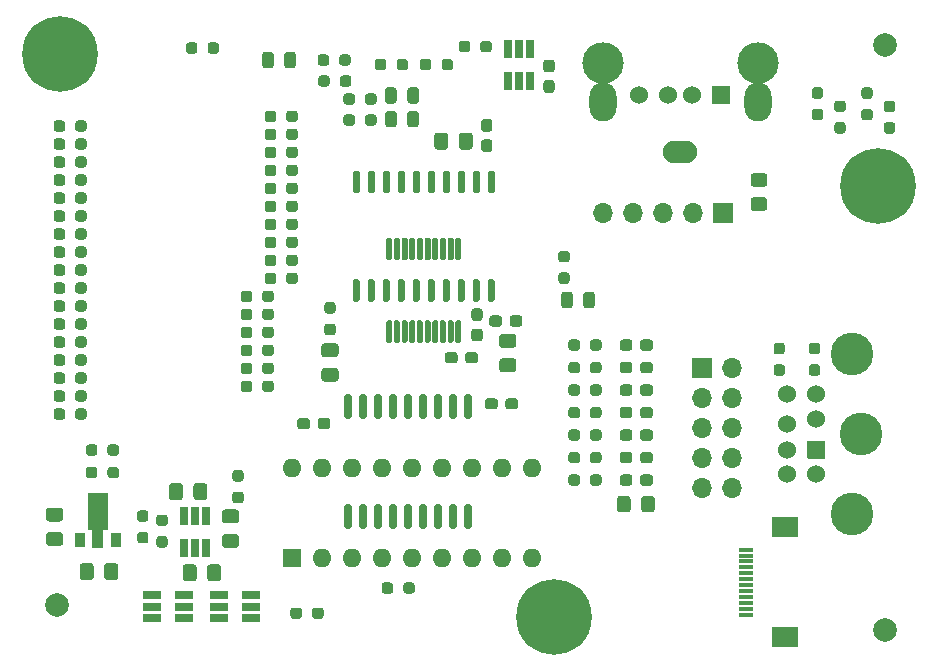
<source format=gts>
%TF.GenerationSoftware,KiCad,Pcbnew,5.1.12-84ad8e8a86~92~ubuntu20.04.1*%
%TF.CreationDate,2021-12-07T00:39:57-06:00*%
%TF.ProjectId,serial_rewind_d2,73657269-616c-45f7-9265-77696e645f64,rev?*%
%TF.SameCoordinates,Original*%
%TF.FileFunction,Soldermask,Top*%
%TF.FilePolarity,Negative*%
%FSLAX46Y46*%
G04 Gerber Fmt 4.6, Leading zero omitted, Abs format (unit mm)*
G04 Created by KiCad (PCBNEW 5.1.12-84ad8e8a86~92~ubuntu20.04.1) date 2021-12-07 00:39:57*
%MOMM*%
%LPD*%
G01*
G04 APERTURE LIST*
%ADD10R,1.300000X0.300000*%
%ADD11R,2.200000X1.800000*%
%ADD12R,1.560000X0.650000*%
%ADD13R,0.650000X1.560000*%
%ADD14O,1.600000X1.600000*%
%ADD15R,1.600000X1.600000*%
%ADD16O,1.700000X1.700000*%
%ADD17R,1.700000X1.700000*%
%ADD18C,2.000000*%
%ADD19R,0.900000X1.300000*%
%ADD20C,0.150000*%
%ADD21C,6.400000*%
%ADD22C,3.601600*%
%ADD23C,1.524000*%
%ADD24C,3.500000*%
%ADD25R,1.524000X1.524000*%
%ADD26O,2.300000X3.300000*%
%ADD27O,2.900000X1.900000*%
G04 APERTURE END LIST*
D10*
%TO.C,J7*%
X110672000Y-144570000D03*
X110672000Y-145070000D03*
X110672000Y-145570000D03*
X110672000Y-146070000D03*
X110672000Y-146570000D03*
X110672000Y-147070000D03*
X110672000Y-147570000D03*
X110672000Y-148070000D03*
X110672000Y-148570000D03*
X110672000Y-149070000D03*
X110672000Y-149570000D03*
X110672000Y-150070000D03*
D11*
X113922000Y-151970000D03*
X113922000Y-142670000D03*
%TD*%
%TO.C,R63*%
G36*
G01*
X123046500Y-107525000D02*
X122571500Y-107525000D01*
G75*
G02*
X122334000Y-107287500I0J237500D01*
G01*
X122334000Y-106787500D01*
G75*
G02*
X122571500Y-106550000I237500J0D01*
G01*
X123046500Y-106550000D01*
G75*
G02*
X123284000Y-106787500I0J-237500D01*
G01*
X123284000Y-107287500D01*
G75*
G02*
X123046500Y-107525000I-237500J0D01*
G01*
G37*
G36*
G01*
X123046500Y-109350000D02*
X122571500Y-109350000D01*
G75*
G02*
X122334000Y-109112500I0J237500D01*
G01*
X122334000Y-108612500D01*
G75*
G02*
X122571500Y-108375000I237500J0D01*
G01*
X123046500Y-108375000D01*
G75*
G02*
X123284000Y-108612500I0J-237500D01*
G01*
X123284000Y-109112500D01*
G75*
G02*
X123046500Y-109350000I-237500J0D01*
G01*
G37*
%TD*%
%TO.C,R62*%
G36*
G01*
X121141500Y-106405500D02*
X120666500Y-106405500D01*
G75*
G02*
X120429000Y-106168000I0J237500D01*
G01*
X120429000Y-105668000D01*
G75*
G02*
X120666500Y-105430500I237500J0D01*
G01*
X121141500Y-105430500D01*
G75*
G02*
X121379000Y-105668000I0J-237500D01*
G01*
X121379000Y-106168000D01*
G75*
G02*
X121141500Y-106405500I-237500J0D01*
G01*
G37*
G36*
G01*
X121141500Y-108230500D02*
X120666500Y-108230500D01*
G75*
G02*
X120429000Y-107993000I0J237500D01*
G01*
X120429000Y-107493000D01*
G75*
G02*
X120666500Y-107255500I237500J0D01*
G01*
X121141500Y-107255500D01*
G75*
G02*
X121379000Y-107493000I0J-237500D01*
G01*
X121379000Y-107993000D01*
G75*
G02*
X121141500Y-108230500I-237500J0D01*
G01*
G37*
%TD*%
%TO.C,R61*%
G36*
G01*
X118855500Y-107525000D02*
X118380500Y-107525000D01*
G75*
G02*
X118143000Y-107287500I0J237500D01*
G01*
X118143000Y-106787500D01*
G75*
G02*
X118380500Y-106550000I237500J0D01*
G01*
X118855500Y-106550000D01*
G75*
G02*
X119093000Y-106787500I0J-237500D01*
G01*
X119093000Y-107287500D01*
G75*
G02*
X118855500Y-107525000I-237500J0D01*
G01*
G37*
G36*
G01*
X118855500Y-109350000D02*
X118380500Y-109350000D01*
G75*
G02*
X118143000Y-109112500I0J237500D01*
G01*
X118143000Y-108612500D01*
G75*
G02*
X118380500Y-108375000I237500J0D01*
G01*
X118855500Y-108375000D01*
G75*
G02*
X119093000Y-108612500I0J-237500D01*
G01*
X119093000Y-109112500D01*
G75*
G02*
X118855500Y-109350000I-237500J0D01*
G01*
G37*
%TD*%
%TO.C,R60*%
G36*
G01*
X116950500Y-106405500D02*
X116475500Y-106405500D01*
G75*
G02*
X116238000Y-106168000I0J237500D01*
G01*
X116238000Y-105668000D01*
G75*
G02*
X116475500Y-105430500I237500J0D01*
G01*
X116950500Y-105430500D01*
G75*
G02*
X117188000Y-105668000I0J-237500D01*
G01*
X117188000Y-106168000D01*
G75*
G02*
X116950500Y-106405500I-237500J0D01*
G01*
G37*
G36*
G01*
X116950500Y-108230500D02*
X116475500Y-108230500D01*
G75*
G02*
X116238000Y-107993000I0J237500D01*
G01*
X116238000Y-107493000D01*
G75*
G02*
X116475500Y-107255500I237500J0D01*
G01*
X116950500Y-107255500D01*
G75*
G02*
X117188000Y-107493000I0J-237500D01*
G01*
X117188000Y-107993000D01*
G75*
G02*
X116950500Y-108230500I-237500J0D01*
G01*
G37*
%TD*%
D12*
%TO.C,U10*%
X66061600Y-149402800D03*
X66061600Y-150352800D03*
X66061600Y-148452800D03*
X68761600Y-148452800D03*
X68761600Y-149402800D03*
X68761600Y-150352800D03*
%TD*%
%TO.C,U9*%
X60405200Y-149402800D03*
X60405200Y-150352800D03*
X60405200Y-148452800D03*
X63105200Y-148452800D03*
X63105200Y-149402800D03*
X63105200Y-150352800D03*
%TD*%
D13*
%TO.C,U8*%
X91440000Y-102218500D03*
X90490000Y-102218500D03*
X92390000Y-102218500D03*
X92390000Y-104918500D03*
X91440000Y-104918500D03*
X90490000Y-104918500D03*
%TD*%
%TO.C,U6*%
X64008000Y-144466300D03*
X64958000Y-144466300D03*
X63058000Y-144466300D03*
X63058000Y-141766300D03*
X64008000Y-141766300D03*
X64958000Y-141766300D03*
%TD*%
%TO.C,C2*%
G36*
G01*
X66217200Y-146057600D02*
X66217200Y-147007600D01*
G75*
G02*
X65967200Y-147257600I-250000J0D01*
G01*
X65292200Y-147257600D01*
G75*
G02*
X65042200Y-147007600I0J250000D01*
G01*
X65042200Y-146057600D01*
G75*
G02*
X65292200Y-145807600I250000J0D01*
G01*
X65967200Y-145807600D01*
G75*
G02*
X66217200Y-146057600I0J-250000D01*
G01*
G37*
G36*
G01*
X64142200Y-146057600D02*
X64142200Y-147007600D01*
G75*
G02*
X63892200Y-147257600I-250000J0D01*
G01*
X63217200Y-147257600D01*
G75*
G02*
X62967200Y-147007600I0J250000D01*
G01*
X62967200Y-146057600D01*
G75*
G02*
X63217200Y-145807600I250000J0D01*
G01*
X63892200Y-145807600D01*
G75*
G02*
X64142200Y-146057600I0J-250000D01*
G01*
G37*
%TD*%
%TO.C,R50*%
G36*
G01*
X74893000Y-149724100D02*
X74893000Y-150199100D01*
G75*
G02*
X74655500Y-150436600I-237500J0D01*
G01*
X74155500Y-150436600D01*
G75*
G02*
X73918000Y-150199100I0J237500D01*
G01*
X73918000Y-149724100D01*
G75*
G02*
X74155500Y-149486600I237500J0D01*
G01*
X74655500Y-149486600D01*
G75*
G02*
X74893000Y-149724100I0J-237500D01*
G01*
G37*
G36*
G01*
X73068000Y-149724100D02*
X73068000Y-150199100D01*
G75*
G02*
X72830500Y-150436600I-237500J0D01*
G01*
X72330500Y-150436600D01*
G75*
G02*
X72093000Y-150199100I0J237500D01*
G01*
X72093000Y-149724100D01*
G75*
G02*
X72330500Y-149486600I237500J0D01*
G01*
X72830500Y-149486600D01*
G75*
G02*
X73068000Y-149724100I0J-237500D01*
G01*
G37*
%TD*%
%TO.C,R51*%
G36*
G01*
X61451500Y-142578900D02*
X60976500Y-142578900D01*
G75*
G02*
X60739000Y-142341400I0J237500D01*
G01*
X60739000Y-141841400D01*
G75*
G02*
X60976500Y-141603900I237500J0D01*
G01*
X61451500Y-141603900D01*
G75*
G02*
X61689000Y-141841400I0J-237500D01*
G01*
X61689000Y-142341400D01*
G75*
G02*
X61451500Y-142578900I-237500J0D01*
G01*
G37*
G36*
G01*
X61451500Y-144403900D02*
X60976500Y-144403900D01*
G75*
G02*
X60739000Y-144166400I0J237500D01*
G01*
X60739000Y-143666400D01*
G75*
G02*
X60976500Y-143428900I237500J0D01*
G01*
X61451500Y-143428900D01*
G75*
G02*
X61689000Y-143666400I0J-237500D01*
G01*
X61689000Y-144166400D01*
G75*
G02*
X61451500Y-144403900I-237500J0D01*
G01*
G37*
%TD*%
D14*
%TO.C,U7*%
X72263000Y-137668000D03*
X92583000Y-145288000D03*
X74803000Y-137668000D03*
X90043000Y-145288000D03*
X77343000Y-137668000D03*
X87503000Y-145288000D03*
X79883000Y-137668000D03*
X84963000Y-145288000D03*
X82423000Y-137668000D03*
X82423000Y-145288000D03*
X84963000Y-137668000D03*
X79883000Y-145288000D03*
X87503000Y-137668000D03*
X77343000Y-145288000D03*
X90043000Y-137668000D03*
X74803000Y-145288000D03*
X92583000Y-137668000D03*
D15*
X72263000Y-145288000D03*
%TD*%
%TO.C,R59*%
G36*
G01*
X88158500Y-102218500D02*
X88158500Y-101743500D01*
G75*
G02*
X88396000Y-101506000I237500J0D01*
G01*
X88896000Y-101506000D01*
G75*
G02*
X89133500Y-101743500I0J-237500D01*
G01*
X89133500Y-102218500D01*
G75*
G02*
X88896000Y-102456000I-237500J0D01*
G01*
X88396000Y-102456000D01*
G75*
G02*
X88158500Y-102218500I0J237500D01*
G01*
G37*
G36*
G01*
X86333500Y-102218500D02*
X86333500Y-101743500D01*
G75*
G02*
X86571000Y-101506000I237500J0D01*
G01*
X87071000Y-101506000D01*
G75*
G02*
X87308500Y-101743500I0J-237500D01*
G01*
X87308500Y-102218500D01*
G75*
G02*
X87071000Y-102456000I-237500J0D01*
G01*
X86571000Y-102456000D01*
G75*
G02*
X86333500Y-102218500I0J237500D01*
G01*
G37*
%TD*%
%TO.C,R58*%
G36*
G01*
X116221500Y-128885500D02*
X116696500Y-128885500D01*
G75*
G02*
X116934000Y-129123000I0J-237500D01*
G01*
X116934000Y-129623000D01*
G75*
G02*
X116696500Y-129860500I-237500J0D01*
G01*
X116221500Y-129860500D01*
G75*
G02*
X115984000Y-129623000I0J237500D01*
G01*
X115984000Y-129123000D01*
G75*
G02*
X116221500Y-128885500I237500J0D01*
G01*
G37*
G36*
G01*
X116221500Y-127060500D02*
X116696500Y-127060500D01*
G75*
G02*
X116934000Y-127298000I0J-237500D01*
G01*
X116934000Y-127798000D01*
G75*
G02*
X116696500Y-128035500I-237500J0D01*
G01*
X116221500Y-128035500D01*
G75*
G02*
X115984000Y-127798000I0J237500D01*
G01*
X115984000Y-127298000D01*
G75*
G02*
X116221500Y-127060500I237500J0D01*
G01*
G37*
%TD*%
%TO.C,R57*%
G36*
G01*
X113237000Y-128885500D02*
X113712000Y-128885500D01*
G75*
G02*
X113949500Y-129123000I0J-237500D01*
G01*
X113949500Y-129623000D01*
G75*
G02*
X113712000Y-129860500I-237500J0D01*
G01*
X113237000Y-129860500D01*
G75*
G02*
X112999500Y-129623000I0J237500D01*
G01*
X112999500Y-129123000D01*
G75*
G02*
X113237000Y-128885500I237500J0D01*
G01*
G37*
G36*
G01*
X113237000Y-127060500D02*
X113712000Y-127060500D01*
G75*
G02*
X113949500Y-127298000I0J-237500D01*
G01*
X113949500Y-127798000D01*
G75*
G02*
X113712000Y-128035500I-237500J0D01*
G01*
X113237000Y-128035500D01*
G75*
G02*
X112999500Y-127798000I0J237500D01*
G01*
X112999500Y-127298000D01*
G75*
G02*
X113237000Y-127060500I237500J0D01*
G01*
G37*
%TD*%
%TO.C,C22*%
G36*
G01*
X93742500Y-104819500D02*
X94217500Y-104819500D01*
G75*
G02*
X94455000Y-105057000I0J-237500D01*
G01*
X94455000Y-105657000D01*
G75*
G02*
X94217500Y-105894500I-237500J0D01*
G01*
X93742500Y-105894500D01*
G75*
G02*
X93505000Y-105657000I0J237500D01*
G01*
X93505000Y-105057000D01*
G75*
G02*
X93742500Y-104819500I237500J0D01*
G01*
G37*
G36*
G01*
X93742500Y-103094500D02*
X94217500Y-103094500D01*
G75*
G02*
X94455000Y-103332000I0J-237500D01*
G01*
X94455000Y-103932000D01*
G75*
G02*
X94217500Y-104169500I-237500J0D01*
G01*
X93742500Y-104169500D01*
G75*
G02*
X93505000Y-103932000I0J237500D01*
G01*
X93505000Y-103332000D01*
G75*
G02*
X93742500Y-103094500I237500J0D01*
G01*
G37*
%TD*%
D16*
%TO.C,J4*%
X109474000Y-139382500D03*
X106934000Y-139382500D03*
X109474000Y-136842500D03*
X106934000Y-136842500D03*
X109474000Y-134302500D03*
X106934000Y-134302500D03*
X109474000Y-131762500D03*
X106934000Y-131762500D03*
X109474000Y-129222500D03*
D17*
X106934000Y-129222500D03*
%TD*%
%TO.C,R56*%
G36*
G01*
X78403000Y-106663500D02*
X78403000Y-106188500D01*
G75*
G02*
X78640500Y-105951000I237500J0D01*
G01*
X79140500Y-105951000D01*
G75*
G02*
X79378000Y-106188500I0J-237500D01*
G01*
X79378000Y-106663500D01*
G75*
G02*
X79140500Y-106901000I-237500J0D01*
G01*
X78640500Y-106901000D01*
G75*
G02*
X78403000Y-106663500I0J237500D01*
G01*
G37*
G36*
G01*
X76578000Y-106663500D02*
X76578000Y-106188500D01*
G75*
G02*
X76815500Y-105951000I237500J0D01*
G01*
X77315500Y-105951000D01*
G75*
G02*
X77553000Y-106188500I0J-237500D01*
G01*
X77553000Y-106663500D01*
G75*
G02*
X77315500Y-106901000I-237500J0D01*
G01*
X76815500Y-106901000D01*
G75*
G02*
X76578000Y-106663500I0J237500D01*
G01*
G37*
%TD*%
%TO.C,R55*%
G36*
G01*
X78403000Y-108441500D02*
X78403000Y-107966500D01*
G75*
G02*
X78640500Y-107729000I237500J0D01*
G01*
X79140500Y-107729000D01*
G75*
G02*
X79378000Y-107966500I0J-237500D01*
G01*
X79378000Y-108441500D01*
G75*
G02*
X79140500Y-108679000I-237500J0D01*
G01*
X78640500Y-108679000D01*
G75*
G02*
X78403000Y-108441500I0J237500D01*
G01*
G37*
G36*
G01*
X76578000Y-108441500D02*
X76578000Y-107966500D01*
G75*
G02*
X76815500Y-107729000I237500J0D01*
G01*
X77315500Y-107729000D01*
G75*
G02*
X77553000Y-107966500I0J-237500D01*
G01*
X77553000Y-108441500D01*
G75*
G02*
X77315500Y-108679000I-237500J0D01*
G01*
X76815500Y-108679000D01*
G75*
G02*
X76578000Y-108441500I0J237500D01*
G01*
G37*
%TD*%
%TO.C,D4*%
G36*
G01*
X81984000Y-106577450D02*
X81984000Y-105664950D01*
G75*
G02*
X82227750Y-105421200I243750J0D01*
G01*
X82715250Y-105421200D01*
G75*
G02*
X82959000Y-105664950I0J-243750D01*
G01*
X82959000Y-106577450D01*
G75*
G02*
X82715250Y-106821200I-243750J0D01*
G01*
X82227750Y-106821200D01*
G75*
G02*
X81984000Y-106577450I0J243750D01*
G01*
G37*
G36*
G01*
X80109000Y-106577450D02*
X80109000Y-105664950D01*
G75*
G02*
X80352750Y-105421200I243750J0D01*
G01*
X80840250Y-105421200D01*
G75*
G02*
X81084000Y-105664950I0J-243750D01*
G01*
X81084000Y-106577450D01*
G75*
G02*
X80840250Y-106821200I-243750J0D01*
G01*
X80352750Y-106821200D01*
G75*
G02*
X80109000Y-106577450I0J243750D01*
G01*
G37*
%TD*%
%TO.C,D3*%
G36*
G01*
X81984000Y-108584050D02*
X81984000Y-107671550D01*
G75*
G02*
X82227750Y-107427800I243750J0D01*
G01*
X82715250Y-107427800D01*
G75*
G02*
X82959000Y-107671550I0J-243750D01*
G01*
X82959000Y-108584050D01*
G75*
G02*
X82715250Y-108827800I-243750J0D01*
G01*
X82227750Y-108827800D01*
G75*
G02*
X81984000Y-108584050I0J243750D01*
G01*
G37*
G36*
G01*
X80109000Y-108584050D02*
X80109000Y-107671550D01*
G75*
G02*
X80352750Y-107427800I243750J0D01*
G01*
X80840250Y-107427800D01*
G75*
G02*
X81084000Y-107671550I0J-243750D01*
G01*
X81084000Y-108584050D01*
G75*
G02*
X80840250Y-108827800I-243750J0D01*
G01*
X80352750Y-108827800D01*
G75*
G02*
X80109000Y-108584050I0J243750D01*
G01*
G37*
%TD*%
D18*
%TO.C,FID5*%
X52324000Y-149225000D03*
%TD*%
%TO.C,FID3*%
X122428000Y-151384000D03*
%TD*%
%TO.C,FID1*%
X122428000Y-101854000D03*
%TD*%
%TO.C,C1*%
G36*
G01*
X90291800Y-132469900D02*
X90291800Y-131994900D01*
G75*
G02*
X90529300Y-131757400I237500J0D01*
G01*
X91129300Y-131757400D01*
G75*
G02*
X91366800Y-131994900I0J-237500D01*
G01*
X91366800Y-132469900D01*
G75*
G02*
X91129300Y-132707400I-237500J0D01*
G01*
X90529300Y-132707400D01*
G75*
G02*
X90291800Y-132469900I0J237500D01*
G01*
G37*
G36*
G01*
X88566800Y-132469900D02*
X88566800Y-131994900D01*
G75*
G02*
X88804300Y-131757400I237500J0D01*
G01*
X89404300Y-131757400D01*
G75*
G02*
X89641800Y-131994900I0J-237500D01*
G01*
X89641800Y-132469900D01*
G75*
G02*
X89404300Y-132707400I-237500J0D01*
G01*
X88804300Y-132707400D01*
G75*
G02*
X88566800Y-132469900I0J237500D01*
G01*
G37*
%TD*%
%TO.C,C3*%
G36*
G01*
X101697500Y-138921500D02*
X101697500Y-138446500D01*
G75*
G02*
X101935000Y-138209000I237500J0D01*
G01*
X102535000Y-138209000D01*
G75*
G02*
X102772500Y-138446500I0J-237500D01*
G01*
X102772500Y-138921500D01*
G75*
G02*
X102535000Y-139159000I-237500J0D01*
G01*
X101935000Y-139159000D01*
G75*
G02*
X101697500Y-138921500I0J237500D01*
G01*
G37*
G36*
G01*
X99972500Y-138921500D02*
X99972500Y-138446500D01*
G75*
G02*
X100210000Y-138209000I237500J0D01*
G01*
X100810000Y-138209000D01*
G75*
G02*
X101047500Y-138446500I0J-237500D01*
G01*
X101047500Y-138921500D01*
G75*
G02*
X100810000Y-139159000I-237500J0D01*
G01*
X100210000Y-139159000D01*
G75*
G02*
X99972500Y-138921500I0J237500D01*
G01*
G37*
%TD*%
%TO.C,C4*%
G36*
G01*
X101047500Y-136541500D02*
X101047500Y-137016500D01*
G75*
G02*
X100810000Y-137254000I-237500J0D01*
G01*
X100210000Y-137254000D01*
G75*
G02*
X99972500Y-137016500I0J237500D01*
G01*
X99972500Y-136541500D01*
G75*
G02*
X100210000Y-136304000I237500J0D01*
G01*
X100810000Y-136304000D01*
G75*
G02*
X101047500Y-136541500I0J-237500D01*
G01*
G37*
G36*
G01*
X102772500Y-136541500D02*
X102772500Y-137016500D01*
G75*
G02*
X102535000Y-137254000I-237500J0D01*
G01*
X101935000Y-137254000D01*
G75*
G02*
X101697500Y-137016500I0J237500D01*
G01*
X101697500Y-136541500D01*
G75*
G02*
X101935000Y-136304000I237500J0D01*
G01*
X102535000Y-136304000D01*
G75*
G02*
X102772500Y-136541500I0J-237500D01*
G01*
G37*
%TD*%
%TO.C,C5*%
G36*
G01*
X99972500Y-135111500D02*
X99972500Y-134636500D01*
G75*
G02*
X100210000Y-134399000I237500J0D01*
G01*
X100810000Y-134399000D01*
G75*
G02*
X101047500Y-134636500I0J-237500D01*
G01*
X101047500Y-135111500D01*
G75*
G02*
X100810000Y-135349000I-237500J0D01*
G01*
X100210000Y-135349000D01*
G75*
G02*
X99972500Y-135111500I0J237500D01*
G01*
G37*
G36*
G01*
X101697500Y-135111500D02*
X101697500Y-134636500D01*
G75*
G02*
X101935000Y-134399000I237500J0D01*
G01*
X102535000Y-134399000D01*
G75*
G02*
X102772500Y-134636500I0J-237500D01*
G01*
X102772500Y-135111500D01*
G75*
G02*
X102535000Y-135349000I-237500J0D01*
G01*
X101935000Y-135349000D01*
G75*
G02*
X101697500Y-135111500I0J237500D01*
G01*
G37*
%TD*%
%TO.C,C6*%
G36*
G01*
X102772500Y-127016500D02*
X102772500Y-127491500D01*
G75*
G02*
X102535000Y-127729000I-237500J0D01*
G01*
X101935000Y-127729000D01*
G75*
G02*
X101697500Y-127491500I0J237500D01*
G01*
X101697500Y-127016500D01*
G75*
G02*
X101935000Y-126779000I237500J0D01*
G01*
X102535000Y-126779000D01*
G75*
G02*
X102772500Y-127016500I0J-237500D01*
G01*
G37*
G36*
G01*
X101047500Y-127016500D02*
X101047500Y-127491500D01*
G75*
G02*
X100810000Y-127729000I-237500J0D01*
G01*
X100210000Y-127729000D01*
G75*
G02*
X99972500Y-127491500I0J237500D01*
G01*
X99972500Y-127016500D01*
G75*
G02*
X100210000Y-126779000I237500J0D01*
G01*
X100810000Y-126779000D01*
G75*
G02*
X101047500Y-127016500I0J-237500D01*
G01*
G37*
%TD*%
%TO.C,C7*%
G36*
G01*
X101697500Y-131301500D02*
X101697500Y-130826500D01*
G75*
G02*
X101935000Y-130589000I237500J0D01*
G01*
X102535000Y-130589000D01*
G75*
G02*
X102772500Y-130826500I0J-237500D01*
G01*
X102772500Y-131301500D01*
G75*
G02*
X102535000Y-131539000I-237500J0D01*
G01*
X101935000Y-131539000D01*
G75*
G02*
X101697500Y-131301500I0J237500D01*
G01*
G37*
G36*
G01*
X99972500Y-131301500D02*
X99972500Y-130826500D01*
G75*
G02*
X100210000Y-130589000I237500J0D01*
G01*
X100810000Y-130589000D01*
G75*
G02*
X101047500Y-130826500I0J-237500D01*
G01*
X101047500Y-131301500D01*
G75*
G02*
X100810000Y-131539000I-237500J0D01*
G01*
X100210000Y-131539000D01*
G75*
G02*
X99972500Y-131301500I0J237500D01*
G01*
G37*
%TD*%
%TO.C,C8*%
G36*
G01*
X101047500Y-128921500D02*
X101047500Y-129396500D01*
G75*
G02*
X100810000Y-129634000I-237500J0D01*
G01*
X100210000Y-129634000D01*
G75*
G02*
X99972500Y-129396500I0J237500D01*
G01*
X99972500Y-128921500D01*
G75*
G02*
X100210000Y-128684000I237500J0D01*
G01*
X100810000Y-128684000D01*
G75*
G02*
X101047500Y-128921500I0J-237500D01*
G01*
G37*
G36*
G01*
X102772500Y-128921500D02*
X102772500Y-129396500D01*
G75*
G02*
X102535000Y-129634000I-237500J0D01*
G01*
X101935000Y-129634000D01*
G75*
G02*
X101697500Y-129396500I0J237500D01*
G01*
X101697500Y-128921500D01*
G75*
G02*
X101935000Y-128684000I237500J0D01*
G01*
X102535000Y-128684000D01*
G75*
G02*
X102772500Y-128921500I0J-237500D01*
G01*
G37*
%TD*%
%TO.C,C9*%
G36*
G01*
X99972500Y-133206500D02*
X99972500Y-132731500D01*
G75*
G02*
X100210000Y-132494000I237500J0D01*
G01*
X100810000Y-132494000D01*
G75*
G02*
X101047500Y-132731500I0J-237500D01*
G01*
X101047500Y-133206500D01*
G75*
G02*
X100810000Y-133444000I-237500J0D01*
G01*
X100210000Y-133444000D01*
G75*
G02*
X99972500Y-133206500I0J237500D01*
G01*
G37*
G36*
G01*
X101697500Y-133206500D02*
X101697500Y-132731500D01*
G75*
G02*
X101935000Y-132494000I237500J0D01*
G01*
X102535000Y-132494000D01*
G75*
G02*
X102772500Y-132731500I0J-237500D01*
G01*
X102772500Y-133206500D01*
G75*
G02*
X102535000Y-133444000I-237500J0D01*
G01*
X101935000Y-133444000D01*
G75*
G02*
X101697500Y-133206500I0J237500D01*
G01*
G37*
%TD*%
%TO.C,D1*%
G36*
G01*
X69695000Y-103580250D02*
X69695000Y-102667750D01*
G75*
G02*
X69938750Y-102424000I243750J0D01*
G01*
X70426250Y-102424000D01*
G75*
G02*
X70670000Y-102667750I0J-243750D01*
G01*
X70670000Y-103580250D01*
G75*
G02*
X70426250Y-103824000I-243750J0D01*
G01*
X69938750Y-103824000D01*
G75*
G02*
X69695000Y-103580250I0J243750D01*
G01*
G37*
G36*
G01*
X71570000Y-103580250D02*
X71570000Y-102667750D01*
G75*
G02*
X71813750Y-102424000I243750J0D01*
G01*
X72301250Y-102424000D01*
G75*
G02*
X72545000Y-102667750I0J-243750D01*
G01*
X72545000Y-103580250D01*
G75*
G02*
X72301250Y-103824000I-243750J0D01*
G01*
X71813750Y-103824000D01*
G75*
G02*
X71570000Y-103580250I0J243750D01*
G01*
G37*
%TD*%
%TO.C,F1*%
G36*
G01*
X100887000Y-140265999D02*
X100887000Y-141166001D01*
G75*
G02*
X100637001Y-141416000I-249999J0D01*
G01*
X99986999Y-141416000D01*
G75*
G02*
X99737000Y-141166001I0J249999D01*
G01*
X99737000Y-140265999D01*
G75*
G02*
X99986999Y-140016000I249999J0D01*
G01*
X100637001Y-140016000D01*
G75*
G02*
X100887000Y-140265999I0J-249999D01*
G01*
G37*
G36*
G01*
X102937000Y-140265999D02*
X102937000Y-141166001D01*
G75*
G02*
X102687001Y-141416000I-249999J0D01*
G01*
X102036999Y-141416000D01*
G75*
G02*
X101787000Y-141166001I0J249999D01*
G01*
X101787000Y-140265999D01*
G75*
G02*
X102036999Y-140016000I249999J0D01*
G01*
X102687001Y-140016000D01*
G75*
G02*
X102937000Y-140265999I0J-249999D01*
G01*
G37*
%TD*%
%TO.C,F2*%
G36*
G01*
X111309999Y-112700000D02*
X112210001Y-112700000D01*
G75*
G02*
X112460000Y-112949999I0J-249999D01*
G01*
X112460000Y-113600001D01*
G75*
G02*
X112210001Y-113850000I-249999J0D01*
G01*
X111309999Y-113850000D01*
G75*
G02*
X111060000Y-113600001I0J249999D01*
G01*
X111060000Y-112949999D01*
G75*
G02*
X111309999Y-112700000I249999J0D01*
G01*
G37*
G36*
G01*
X111309999Y-114750000D02*
X112210001Y-114750000D01*
G75*
G02*
X112460000Y-114999999I0J-249999D01*
G01*
X112460000Y-115650001D01*
G75*
G02*
X112210001Y-115900000I-249999J0D01*
G01*
X111309999Y-115900000D01*
G75*
G02*
X111060000Y-115650001I0J249999D01*
G01*
X111060000Y-114999999D01*
G75*
G02*
X111309999Y-114750000I249999J0D01*
G01*
G37*
%TD*%
D17*
%TO.C,J6*%
X108712000Y-116078000D03*
D16*
X106172000Y-116078000D03*
X103632000Y-116078000D03*
X101092000Y-116078000D03*
X98552000Y-116078000D03*
%TD*%
%TO.C,R1*%
G36*
G01*
X69910500Y-118792000D02*
X69910500Y-118317000D01*
G75*
G02*
X70148000Y-118079500I237500J0D01*
G01*
X70648000Y-118079500D01*
G75*
G02*
X70885500Y-118317000I0J-237500D01*
G01*
X70885500Y-118792000D01*
G75*
G02*
X70648000Y-119029500I-237500J0D01*
G01*
X70148000Y-119029500D01*
G75*
G02*
X69910500Y-118792000I0J237500D01*
G01*
G37*
G36*
G01*
X71735500Y-118792000D02*
X71735500Y-118317000D01*
G75*
G02*
X71973000Y-118079500I237500J0D01*
G01*
X72473000Y-118079500D01*
G75*
G02*
X72710500Y-118317000I0J-237500D01*
G01*
X72710500Y-118792000D01*
G75*
G02*
X72473000Y-119029500I-237500J0D01*
G01*
X71973000Y-119029500D01*
G75*
G02*
X71735500Y-118792000I0J237500D01*
G01*
G37*
%TD*%
%TO.C,R2*%
G36*
G01*
X69703500Y-124888000D02*
X69703500Y-124413000D01*
G75*
G02*
X69941000Y-124175500I237500J0D01*
G01*
X70441000Y-124175500D01*
G75*
G02*
X70678500Y-124413000I0J-237500D01*
G01*
X70678500Y-124888000D01*
G75*
G02*
X70441000Y-125125500I-237500J0D01*
G01*
X69941000Y-125125500D01*
G75*
G02*
X69703500Y-124888000I0J237500D01*
G01*
G37*
G36*
G01*
X67878500Y-124888000D02*
X67878500Y-124413000D01*
G75*
G02*
X68116000Y-124175500I237500J0D01*
G01*
X68616000Y-124175500D01*
G75*
G02*
X68853500Y-124413000I0J-237500D01*
G01*
X68853500Y-124888000D01*
G75*
G02*
X68616000Y-125125500I-237500J0D01*
G01*
X68116000Y-125125500D01*
G75*
G02*
X67878500Y-124888000I0J237500D01*
G01*
G37*
%TD*%
%TO.C,R3*%
G36*
G01*
X67878500Y-130984000D02*
X67878500Y-130509000D01*
G75*
G02*
X68116000Y-130271500I237500J0D01*
G01*
X68616000Y-130271500D01*
G75*
G02*
X68853500Y-130509000I0J-237500D01*
G01*
X68853500Y-130984000D01*
G75*
G02*
X68616000Y-131221500I-237500J0D01*
G01*
X68116000Y-131221500D01*
G75*
G02*
X67878500Y-130984000I0J237500D01*
G01*
G37*
G36*
G01*
X69703500Y-130984000D02*
X69703500Y-130509000D01*
G75*
G02*
X69941000Y-130271500I237500J0D01*
G01*
X70441000Y-130271500D01*
G75*
G02*
X70678500Y-130509000I0J-237500D01*
G01*
X70678500Y-130984000D01*
G75*
G02*
X70441000Y-131221500I-237500J0D01*
G01*
X69941000Y-131221500D01*
G75*
G02*
X69703500Y-130984000I0J237500D01*
G01*
G37*
%TD*%
%TO.C,R4*%
G36*
G01*
X71735500Y-111172000D02*
X71735500Y-110697000D01*
G75*
G02*
X71973000Y-110459500I237500J0D01*
G01*
X72473000Y-110459500D01*
G75*
G02*
X72710500Y-110697000I0J-237500D01*
G01*
X72710500Y-111172000D01*
G75*
G02*
X72473000Y-111409500I-237500J0D01*
G01*
X71973000Y-111409500D01*
G75*
G02*
X71735500Y-111172000I0J237500D01*
G01*
G37*
G36*
G01*
X69910500Y-111172000D02*
X69910500Y-110697000D01*
G75*
G02*
X70148000Y-110459500I237500J0D01*
G01*
X70648000Y-110459500D01*
G75*
G02*
X70885500Y-110697000I0J-237500D01*
G01*
X70885500Y-111172000D01*
G75*
G02*
X70648000Y-111409500I-237500J0D01*
G01*
X70148000Y-111409500D01*
G75*
G02*
X69910500Y-111172000I0J237500D01*
G01*
G37*
%TD*%
%TO.C,R5*%
G36*
G01*
X82045000Y-103267500D02*
X82045000Y-103742500D01*
G75*
G02*
X81807500Y-103980000I-237500J0D01*
G01*
X81307500Y-103980000D01*
G75*
G02*
X81070000Y-103742500I0J237500D01*
G01*
X81070000Y-103267500D01*
G75*
G02*
X81307500Y-103030000I237500J0D01*
G01*
X81807500Y-103030000D01*
G75*
G02*
X82045000Y-103267500I0J-237500D01*
G01*
G37*
G36*
G01*
X80220000Y-103267500D02*
X80220000Y-103742500D01*
G75*
G02*
X79982500Y-103980000I-237500J0D01*
G01*
X79482500Y-103980000D01*
G75*
G02*
X79245000Y-103742500I0J237500D01*
G01*
X79245000Y-103267500D01*
G75*
G02*
X79482500Y-103030000I237500J0D01*
G01*
X79982500Y-103030000D01*
G75*
G02*
X80220000Y-103267500I0J-237500D01*
G01*
G37*
%TD*%
%TO.C,R6*%
G36*
G01*
X84030000Y-103267500D02*
X84030000Y-103742500D01*
G75*
G02*
X83792500Y-103980000I-237500J0D01*
G01*
X83292500Y-103980000D01*
G75*
G02*
X83055000Y-103742500I0J237500D01*
G01*
X83055000Y-103267500D01*
G75*
G02*
X83292500Y-103030000I237500J0D01*
G01*
X83792500Y-103030000D01*
G75*
G02*
X84030000Y-103267500I0J-237500D01*
G01*
G37*
G36*
G01*
X85855000Y-103267500D02*
X85855000Y-103742500D01*
G75*
G02*
X85617500Y-103980000I-237500J0D01*
G01*
X85117500Y-103980000D01*
G75*
G02*
X84880000Y-103742500I0J237500D01*
G01*
X84880000Y-103267500D01*
G75*
G02*
X85117500Y-103030000I237500J0D01*
G01*
X85617500Y-103030000D01*
G75*
G02*
X85855000Y-103267500I0J-237500D01*
G01*
G37*
%TD*%
%TO.C,R7*%
G36*
G01*
X71735500Y-115744000D02*
X71735500Y-115269000D01*
G75*
G02*
X71973000Y-115031500I237500J0D01*
G01*
X72473000Y-115031500D01*
G75*
G02*
X72710500Y-115269000I0J-237500D01*
G01*
X72710500Y-115744000D01*
G75*
G02*
X72473000Y-115981500I-237500J0D01*
G01*
X71973000Y-115981500D01*
G75*
G02*
X71735500Y-115744000I0J237500D01*
G01*
G37*
G36*
G01*
X69910500Y-115744000D02*
X69910500Y-115269000D01*
G75*
G02*
X70148000Y-115031500I237500J0D01*
G01*
X70648000Y-115031500D01*
G75*
G02*
X70885500Y-115269000I0J-237500D01*
G01*
X70885500Y-115744000D01*
G75*
G02*
X70648000Y-115981500I-237500J0D01*
G01*
X70148000Y-115981500D01*
G75*
G02*
X69910500Y-115744000I0J237500D01*
G01*
G37*
%TD*%
%TO.C,R8*%
G36*
G01*
X69910500Y-121840000D02*
X69910500Y-121365000D01*
G75*
G02*
X70148000Y-121127500I237500J0D01*
G01*
X70648000Y-121127500D01*
G75*
G02*
X70885500Y-121365000I0J-237500D01*
G01*
X70885500Y-121840000D01*
G75*
G02*
X70648000Y-122077500I-237500J0D01*
G01*
X70148000Y-122077500D01*
G75*
G02*
X69910500Y-121840000I0J237500D01*
G01*
G37*
G36*
G01*
X71735500Y-121840000D02*
X71735500Y-121365000D01*
G75*
G02*
X71973000Y-121127500I237500J0D01*
G01*
X72473000Y-121127500D01*
G75*
G02*
X72710500Y-121365000I0J-237500D01*
G01*
X72710500Y-121840000D01*
G75*
G02*
X72473000Y-122077500I-237500J0D01*
G01*
X71973000Y-122077500D01*
G75*
G02*
X71735500Y-121840000I0J237500D01*
G01*
G37*
%TD*%
%TO.C,R9*%
G36*
G01*
X69703500Y-126412000D02*
X69703500Y-125937000D01*
G75*
G02*
X69941000Y-125699500I237500J0D01*
G01*
X70441000Y-125699500D01*
G75*
G02*
X70678500Y-125937000I0J-237500D01*
G01*
X70678500Y-126412000D01*
G75*
G02*
X70441000Y-126649500I-237500J0D01*
G01*
X69941000Y-126649500D01*
G75*
G02*
X69703500Y-126412000I0J237500D01*
G01*
G37*
G36*
G01*
X67878500Y-126412000D02*
X67878500Y-125937000D01*
G75*
G02*
X68116000Y-125699500I237500J0D01*
G01*
X68616000Y-125699500D01*
G75*
G02*
X68853500Y-125937000I0J-237500D01*
G01*
X68853500Y-126412000D01*
G75*
G02*
X68616000Y-126649500I-237500J0D01*
G01*
X68116000Y-126649500D01*
G75*
G02*
X67878500Y-126412000I0J237500D01*
G01*
G37*
%TD*%
%TO.C,R10*%
G36*
G01*
X69910500Y-109648000D02*
X69910500Y-109173000D01*
G75*
G02*
X70148000Y-108935500I237500J0D01*
G01*
X70648000Y-108935500D01*
G75*
G02*
X70885500Y-109173000I0J-237500D01*
G01*
X70885500Y-109648000D01*
G75*
G02*
X70648000Y-109885500I-237500J0D01*
G01*
X70148000Y-109885500D01*
G75*
G02*
X69910500Y-109648000I0J237500D01*
G01*
G37*
G36*
G01*
X71735500Y-109648000D02*
X71735500Y-109173000D01*
G75*
G02*
X71973000Y-108935500I237500J0D01*
G01*
X72473000Y-108935500D01*
G75*
G02*
X72710500Y-109173000I0J-237500D01*
G01*
X72710500Y-109648000D01*
G75*
G02*
X72473000Y-109885500I-237500J0D01*
G01*
X71973000Y-109885500D01*
G75*
G02*
X71735500Y-109648000I0J237500D01*
G01*
G37*
%TD*%
%TO.C,R11*%
G36*
G01*
X69910500Y-114220000D02*
X69910500Y-113745000D01*
G75*
G02*
X70148000Y-113507500I237500J0D01*
G01*
X70648000Y-113507500D01*
G75*
G02*
X70885500Y-113745000I0J-237500D01*
G01*
X70885500Y-114220000D01*
G75*
G02*
X70648000Y-114457500I-237500J0D01*
G01*
X70148000Y-114457500D01*
G75*
G02*
X69910500Y-114220000I0J237500D01*
G01*
G37*
G36*
G01*
X71735500Y-114220000D02*
X71735500Y-113745000D01*
G75*
G02*
X71973000Y-113507500I237500J0D01*
G01*
X72473000Y-113507500D01*
G75*
G02*
X72710500Y-113745000I0J-237500D01*
G01*
X72710500Y-114220000D01*
G75*
G02*
X72473000Y-114457500I-237500J0D01*
G01*
X71973000Y-114457500D01*
G75*
G02*
X71735500Y-114220000I0J237500D01*
G01*
G37*
%TD*%
%TO.C,R12*%
G36*
G01*
X71735500Y-120316000D02*
X71735500Y-119841000D01*
G75*
G02*
X71973000Y-119603500I237500J0D01*
G01*
X72473000Y-119603500D01*
G75*
G02*
X72710500Y-119841000I0J-237500D01*
G01*
X72710500Y-120316000D01*
G75*
G02*
X72473000Y-120553500I-237500J0D01*
G01*
X71973000Y-120553500D01*
G75*
G02*
X71735500Y-120316000I0J237500D01*
G01*
G37*
G36*
G01*
X69910500Y-120316000D02*
X69910500Y-119841000D01*
G75*
G02*
X70148000Y-119603500I237500J0D01*
G01*
X70648000Y-119603500D01*
G75*
G02*
X70885500Y-119841000I0J-237500D01*
G01*
X70885500Y-120316000D01*
G75*
G02*
X70648000Y-120553500I-237500J0D01*
G01*
X70148000Y-120553500D01*
G75*
G02*
X69910500Y-120316000I0J237500D01*
G01*
G37*
%TD*%
%TO.C,R13*%
G36*
G01*
X71735500Y-108124000D02*
X71735500Y-107649000D01*
G75*
G02*
X71973000Y-107411500I237500J0D01*
G01*
X72473000Y-107411500D01*
G75*
G02*
X72710500Y-107649000I0J-237500D01*
G01*
X72710500Y-108124000D01*
G75*
G02*
X72473000Y-108361500I-237500J0D01*
G01*
X71973000Y-108361500D01*
G75*
G02*
X71735500Y-108124000I0J237500D01*
G01*
G37*
G36*
G01*
X69910500Y-108124000D02*
X69910500Y-107649000D01*
G75*
G02*
X70148000Y-107411500I237500J0D01*
G01*
X70648000Y-107411500D01*
G75*
G02*
X70885500Y-107649000I0J-237500D01*
G01*
X70885500Y-108124000D01*
G75*
G02*
X70648000Y-108361500I-237500J0D01*
G01*
X70148000Y-108361500D01*
G75*
G02*
X69910500Y-108124000I0J237500D01*
G01*
G37*
%TD*%
%TO.C,R14*%
G36*
G01*
X67878500Y-129460000D02*
X67878500Y-128985000D01*
G75*
G02*
X68116000Y-128747500I237500J0D01*
G01*
X68616000Y-128747500D01*
G75*
G02*
X68853500Y-128985000I0J-237500D01*
G01*
X68853500Y-129460000D01*
G75*
G02*
X68616000Y-129697500I-237500J0D01*
G01*
X68116000Y-129697500D01*
G75*
G02*
X67878500Y-129460000I0J237500D01*
G01*
G37*
G36*
G01*
X69703500Y-129460000D02*
X69703500Y-128985000D01*
G75*
G02*
X69941000Y-128747500I237500J0D01*
G01*
X70441000Y-128747500D01*
G75*
G02*
X70678500Y-128985000I0J-237500D01*
G01*
X70678500Y-129460000D01*
G75*
G02*
X70441000Y-129697500I-237500J0D01*
G01*
X69941000Y-129697500D01*
G75*
G02*
X69703500Y-129460000I0J237500D01*
G01*
G37*
%TD*%
%TO.C,R15*%
G36*
G01*
X69910500Y-112696000D02*
X69910500Y-112221000D01*
G75*
G02*
X70148000Y-111983500I237500J0D01*
G01*
X70648000Y-111983500D01*
G75*
G02*
X70885500Y-112221000I0J-237500D01*
G01*
X70885500Y-112696000D01*
G75*
G02*
X70648000Y-112933500I-237500J0D01*
G01*
X70148000Y-112933500D01*
G75*
G02*
X69910500Y-112696000I0J237500D01*
G01*
G37*
G36*
G01*
X71735500Y-112696000D02*
X71735500Y-112221000D01*
G75*
G02*
X71973000Y-111983500I237500J0D01*
G01*
X72473000Y-111983500D01*
G75*
G02*
X72710500Y-112221000I0J-237500D01*
G01*
X72710500Y-112696000D01*
G75*
G02*
X72473000Y-112933500I-237500J0D01*
G01*
X71973000Y-112933500D01*
G75*
G02*
X71735500Y-112696000I0J237500D01*
G01*
G37*
%TD*%
%TO.C,R16*%
G36*
G01*
X71735500Y-117268000D02*
X71735500Y-116793000D01*
G75*
G02*
X71973000Y-116555500I237500J0D01*
G01*
X72473000Y-116555500D01*
G75*
G02*
X72710500Y-116793000I0J-237500D01*
G01*
X72710500Y-117268000D01*
G75*
G02*
X72473000Y-117505500I-237500J0D01*
G01*
X71973000Y-117505500D01*
G75*
G02*
X71735500Y-117268000I0J237500D01*
G01*
G37*
G36*
G01*
X69910500Y-117268000D02*
X69910500Y-116793000D01*
G75*
G02*
X70148000Y-116555500I237500J0D01*
G01*
X70648000Y-116555500D01*
G75*
G02*
X70885500Y-116793000I0J-237500D01*
G01*
X70885500Y-117268000D01*
G75*
G02*
X70648000Y-117505500I-237500J0D01*
G01*
X70148000Y-117505500D01*
G75*
G02*
X69910500Y-117268000I0J237500D01*
G01*
G37*
%TD*%
%TO.C,R17*%
G36*
G01*
X67878500Y-123364000D02*
X67878500Y-122889000D01*
G75*
G02*
X68116000Y-122651500I237500J0D01*
G01*
X68616000Y-122651500D01*
G75*
G02*
X68853500Y-122889000I0J-237500D01*
G01*
X68853500Y-123364000D01*
G75*
G02*
X68616000Y-123601500I-237500J0D01*
G01*
X68116000Y-123601500D01*
G75*
G02*
X67878500Y-123364000I0J237500D01*
G01*
G37*
G36*
G01*
X69703500Y-123364000D02*
X69703500Y-122889000D01*
G75*
G02*
X69941000Y-122651500I237500J0D01*
G01*
X70441000Y-122651500D01*
G75*
G02*
X70678500Y-122889000I0J-237500D01*
G01*
X70678500Y-123364000D01*
G75*
G02*
X70441000Y-123601500I-237500J0D01*
G01*
X69941000Y-123601500D01*
G75*
G02*
X69703500Y-123364000I0J237500D01*
G01*
G37*
%TD*%
%TO.C,R18*%
G36*
G01*
X69703500Y-127936000D02*
X69703500Y-127461000D01*
G75*
G02*
X69941000Y-127223500I237500J0D01*
G01*
X70441000Y-127223500D01*
G75*
G02*
X70678500Y-127461000I0J-237500D01*
G01*
X70678500Y-127936000D01*
G75*
G02*
X70441000Y-128173500I-237500J0D01*
G01*
X69941000Y-128173500D01*
G75*
G02*
X69703500Y-127936000I0J237500D01*
G01*
G37*
G36*
G01*
X67878500Y-127936000D02*
X67878500Y-127461000D01*
G75*
G02*
X68116000Y-127223500I237500J0D01*
G01*
X68616000Y-127223500D01*
G75*
G02*
X68853500Y-127461000I0J-237500D01*
G01*
X68853500Y-127936000D01*
G75*
G02*
X68616000Y-128173500I-237500J0D01*
G01*
X68116000Y-128173500D01*
G75*
G02*
X67878500Y-127936000I0J237500D01*
G01*
G37*
%TD*%
%TO.C,R19*%
G36*
G01*
X54843500Y-111522500D02*
X54843500Y-111997500D01*
G75*
G02*
X54606000Y-112235000I-237500J0D01*
G01*
X54106000Y-112235000D01*
G75*
G02*
X53868500Y-111997500I0J237500D01*
G01*
X53868500Y-111522500D01*
G75*
G02*
X54106000Y-111285000I237500J0D01*
G01*
X54606000Y-111285000D01*
G75*
G02*
X54843500Y-111522500I0J-237500D01*
G01*
G37*
G36*
G01*
X53018500Y-111522500D02*
X53018500Y-111997500D01*
G75*
G02*
X52781000Y-112235000I-237500J0D01*
G01*
X52281000Y-112235000D01*
G75*
G02*
X52043500Y-111997500I0J237500D01*
G01*
X52043500Y-111522500D01*
G75*
G02*
X52281000Y-111285000I237500J0D01*
G01*
X52781000Y-111285000D01*
G75*
G02*
X53018500Y-111522500I0J-237500D01*
G01*
G37*
%TD*%
%TO.C,R20*%
G36*
G01*
X53018500Y-116094500D02*
X53018500Y-116569500D01*
G75*
G02*
X52781000Y-116807000I-237500J0D01*
G01*
X52281000Y-116807000D01*
G75*
G02*
X52043500Y-116569500I0J237500D01*
G01*
X52043500Y-116094500D01*
G75*
G02*
X52281000Y-115857000I237500J0D01*
G01*
X52781000Y-115857000D01*
G75*
G02*
X53018500Y-116094500I0J-237500D01*
G01*
G37*
G36*
G01*
X54843500Y-116094500D02*
X54843500Y-116569500D01*
G75*
G02*
X54606000Y-116807000I-237500J0D01*
G01*
X54106000Y-116807000D01*
G75*
G02*
X53868500Y-116569500I0J237500D01*
G01*
X53868500Y-116094500D01*
G75*
G02*
X54106000Y-115857000I237500J0D01*
G01*
X54606000Y-115857000D01*
G75*
G02*
X54843500Y-116094500I0J-237500D01*
G01*
G37*
%TD*%
%TO.C,R21*%
G36*
G01*
X54843500Y-122190500D02*
X54843500Y-122665500D01*
G75*
G02*
X54606000Y-122903000I-237500J0D01*
G01*
X54106000Y-122903000D01*
G75*
G02*
X53868500Y-122665500I0J237500D01*
G01*
X53868500Y-122190500D01*
G75*
G02*
X54106000Y-121953000I237500J0D01*
G01*
X54606000Y-121953000D01*
G75*
G02*
X54843500Y-122190500I0J-237500D01*
G01*
G37*
G36*
G01*
X53018500Y-122190500D02*
X53018500Y-122665500D01*
G75*
G02*
X52781000Y-122903000I-237500J0D01*
G01*
X52281000Y-122903000D01*
G75*
G02*
X52043500Y-122665500I0J237500D01*
G01*
X52043500Y-122190500D01*
G75*
G02*
X52281000Y-121953000I237500J0D01*
G01*
X52781000Y-121953000D01*
G75*
G02*
X53018500Y-122190500I0J-237500D01*
G01*
G37*
%TD*%
%TO.C,R22*%
G36*
G01*
X53018500Y-126762500D02*
X53018500Y-127237500D01*
G75*
G02*
X52781000Y-127475000I-237500J0D01*
G01*
X52281000Y-127475000D01*
G75*
G02*
X52043500Y-127237500I0J237500D01*
G01*
X52043500Y-126762500D01*
G75*
G02*
X52281000Y-126525000I237500J0D01*
G01*
X52781000Y-126525000D01*
G75*
G02*
X53018500Y-126762500I0J-237500D01*
G01*
G37*
G36*
G01*
X54843500Y-126762500D02*
X54843500Y-127237500D01*
G75*
G02*
X54606000Y-127475000I-237500J0D01*
G01*
X54106000Y-127475000D01*
G75*
G02*
X53868500Y-127237500I0J237500D01*
G01*
X53868500Y-126762500D01*
G75*
G02*
X54106000Y-126525000I237500J0D01*
G01*
X54606000Y-126525000D01*
G75*
G02*
X54843500Y-126762500I0J-237500D01*
G01*
G37*
%TD*%
%TO.C,R23*%
G36*
G01*
X53018500Y-108474500D02*
X53018500Y-108949500D01*
G75*
G02*
X52781000Y-109187000I-237500J0D01*
G01*
X52281000Y-109187000D01*
G75*
G02*
X52043500Y-108949500I0J237500D01*
G01*
X52043500Y-108474500D01*
G75*
G02*
X52281000Y-108237000I237500J0D01*
G01*
X52781000Y-108237000D01*
G75*
G02*
X53018500Y-108474500I0J-237500D01*
G01*
G37*
G36*
G01*
X54843500Y-108474500D02*
X54843500Y-108949500D01*
G75*
G02*
X54606000Y-109187000I-237500J0D01*
G01*
X54106000Y-109187000D01*
G75*
G02*
X53868500Y-108949500I0J237500D01*
G01*
X53868500Y-108474500D01*
G75*
G02*
X54106000Y-108237000I237500J0D01*
G01*
X54606000Y-108237000D01*
G75*
G02*
X54843500Y-108474500I0J-237500D01*
G01*
G37*
%TD*%
%TO.C,R24*%
G36*
G01*
X54843500Y-114570500D02*
X54843500Y-115045500D01*
G75*
G02*
X54606000Y-115283000I-237500J0D01*
G01*
X54106000Y-115283000D01*
G75*
G02*
X53868500Y-115045500I0J237500D01*
G01*
X53868500Y-114570500D01*
G75*
G02*
X54106000Y-114333000I237500J0D01*
G01*
X54606000Y-114333000D01*
G75*
G02*
X54843500Y-114570500I0J-237500D01*
G01*
G37*
G36*
G01*
X53018500Y-114570500D02*
X53018500Y-115045500D01*
G75*
G02*
X52781000Y-115283000I-237500J0D01*
G01*
X52281000Y-115283000D01*
G75*
G02*
X52043500Y-115045500I0J237500D01*
G01*
X52043500Y-114570500D01*
G75*
G02*
X52281000Y-114333000I237500J0D01*
G01*
X52781000Y-114333000D01*
G75*
G02*
X53018500Y-114570500I0J-237500D01*
G01*
G37*
%TD*%
%TO.C,R25*%
G36*
G01*
X53018500Y-120666500D02*
X53018500Y-121141500D01*
G75*
G02*
X52781000Y-121379000I-237500J0D01*
G01*
X52281000Y-121379000D01*
G75*
G02*
X52043500Y-121141500I0J237500D01*
G01*
X52043500Y-120666500D01*
G75*
G02*
X52281000Y-120429000I237500J0D01*
G01*
X52781000Y-120429000D01*
G75*
G02*
X53018500Y-120666500I0J-237500D01*
G01*
G37*
G36*
G01*
X54843500Y-120666500D02*
X54843500Y-121141500D01*
G75*
G02*
X54606000Y-121379000I-237500J0D01*
G01*
X54106000Y-121379000D01*
G75*
G02*
X53868500Y-121141500I0J237500D01*
G01*
X53868500Y-120666500D01*
G75*
G02*
X54106000Y-120429000I237500J0D01*
G01*
X54606000Y-120429000D01*
G75*
G02*
X54843500Y-120666500I0J-237500D01*
G01*
G37*
%TD*%
%TO.C,R26*%
G36*
G01*
X54843500Y-128286500D02*
X54843500Y-128761500D01*
G75*
G02*
X54606000Y-128999000I-237500J0D01*
G01*
X54106000Y-128999000D01*
G75*
G02*
X53868500Y-128761500I0J237500D01*
G01*
X53868500Y-128286500D01*
G75*
G02*
X54106000Y-128049000I237500J0D01*
G01*
X54606000Y-128049000D01*
G75*
G02*
X54843500Y-128286500I0J-237500D01*
G01*
G37*
G36*
G01*
X53018500Y-128286500D02*
X53018500Y-128761500D01*
G75*
G02*
X52781000Y-128999000I-237500J0D01*
G01*
X52281000Y-128999000D01*
G75*
G02*
X52043500Y-128761500I0J237500D01*
G01*
X52043500Y-128286500D01*
G75*
G02*
X52281000Y-128049000I237500J0D01*
G01*
X52781000Y-128049000D01*
G75*
G02*
X53018500Y-128286500I0J-237500D01*
G01*
G37*
%TD*%
%TO.C,R27*%
G36*
G01*
X54843500Y-132858500D02*
X54843500Y-133333500D01*
G75*
G02*
X54606000Y-133571000I-237500J0D01*
G01*
X54106000Y-133571000D01*
G75*
G02*
X53868500Y-133333500I0J237500D01*
G01*
X53868500Y-132858500D01*
G75*
G02*
X54106000Y-132621000I237500J0D01*
G01*
X54606000Y-132621000D01*
G75*
G02*
X54843500Y-132858500I0J-237500D01*
G01*
G37*
G36*
G01*
X53018500Y-132858500D02*
X53018500Y-133333500D01*
G75*
G02*
X52781000Y-133571000I-237500J0D01*
G01*
X52281000Y-133571000D01*
G75*
G02*
X52043500Y-133333500I0J237500D01*
G01*
X52043500Y-132858500D01*
G75*
G02*
X52281000Y-132621000I237500J0D01*
G01*
X52781000Y-132621000D01*
G75*
G02*
X53018500Y-132858500I0J-237500D01*
G01*
G37*
%TD*%
%TO.C,R28*%
G36*
G01*
X54843500Y-109998500D02*
X54843500Y-110473500D01*
G75*
G02*
X54606000Y-110711000I-237500J0D01*
G01*
X54106000Y-110711000D01*
G75*
G02*
X53868500Y-110473500I0J237500D01*
G01*
X53868500Y-109998500D01*
G75*
G02*
X54106000Y-109761000I237500J0D01*
G01*
X54606000Y-109761000D01*
G75*
G02*
X54843500Y-109998500I0J-237500D01*
G01*
G37*
G36*
G01*
X53018500Y-109998500D02*
X53018500Y-110473500D01*
G75*
G02*
X52781000Y-110711000I-237500J0D01*
G01*
X52281000Y-110711000D01*
G75*
G02*
X52043500Y-110473500I0J237500D01*
G01*
X52043500Y-109998500D01*
G75*
G02*
X52281000Y-109761000I237500J0D01*
G01*
X52781000Y-109761000D01*
G75*
G02*
X53018500Y-109998500I0J-237500D01*
G01*
G37*
%TD*%
%TO.C,R29*%
G36*
G01*
X53018500Y-117618500D02*
X53018500Y-118093500D01*
G75*
G02*
X52781000Y-118331000I-237500J0D01*
G01*
X52281000Y-118331000D01*
G75*
G02*
X52043500Y-118093500I0J237500D01*
G01*
X52043500Y-117618500D01*
G75*
G02*
X52281000Y-117381000I237500J0D01*
G01*
X52781000Y-117381000D01*
G75*
G02*
X53018500Y-117618500I0J-237500D01*
G01*
G37*
G36*
G01*
X54843500Y-117618500D02*
X54843500Y-118093500D01*
G75*
G02*
X54606000Y-118331000I-237500J0D01*
G01*
X54106000Y-118331000D01*
G75*
G02*
X53868500Y-118093500I0J237500D01*
G01*
X53868500Y-117618500D01*
G75*
G02*
X54106000Y-117381000I237500J0D01*
G01*
X54606000Y-117381000D01*
G75*
G02*
X54843500Y-117618500I0J-237500D01*
G01*
G37*
%TD*%
%TO.C,R30*%
G36*
G01*
X54843500Y-123714500D02*
X54843500Y-124189500D01*
G75*
G02*
X54606000Y-124427000I-237500J0D01*
G01*
X54106000Y-124427000D01*
G75*
G02*
X53868500Y-124189500I0J237500D01*
G01*
X53868500Y-123714500D01*
G75*
G02*
X54106000Y-123477000I237500J0D01*
G01*
X54606000Y-123477000D01*
G75*
G02*
X54843500Y-123714500I0J-237500D01*
G01*
G37*
G36*
G01*
X53018500Y-123714500D02*
X53018500Y-124189500D01*
G75*
G02*
X52781000Y-124427000I-237500J0D01*
G01*
X52281000Y-124427000D01*
G75*
G02*
X52043500Y-124189500I0J237500D01*
G01*
X52043500Y-123714500D01*
G75*
G02*
X52281000Y-123477000I237500J0D01*
G01*
X52781000Y-123477000D01*
G75*
G02*
X53018500Y-123714500I0J-237500D01*
G01*
G37*
%TD*%
%TO.C,R31*%
G36*
G01*
X54843500Y-129810500D02*
X54843500Y-130285500D01*
G75*
G02*
X54606000Y-130523000I-237500J0D01*
G01*
X54106000Y-130523000D01*
G75*
G02*
X53868500Y-130285500I0J237500D01*
G01*
X53868500Y-129810500D01*
G75*
G02*
X54106000Y-129573000I237500J0D01*
G01*
X54606000Y-129573000D01*
G75*
G02*
X54843500Y-129810500I0J-237500D01*
G01*
G37*
G36*
G01*
X53018500Y-129810500D02*
X53018500Y-130285500D01*
G75*
G02*
X52781000Y-130523000I-237500J0D01*
G01*
X52281000Y-130523000D01*
G75*
G02*
X52043500Y-130285500I0J237500D01*
G01*
X52043500Y-129810500D01*
G75*
G02*
X52281000Y-129573000I237500J0D01*
G01*
X52781000Y-129573000D01*
G75*
G02*
X53018500Y-129810500I0J-237500D01*
G01*
G37*
%TD*%
%TO.C,R32*%
G36*
G01*
X53018500Y-113046500D02*
X53018500Y-113521500D01*
G75*
G02*
X52781000Y-113759000I-237500J0D01*
G01*
X52281000Y-113759000D01*
G75*
G02*
X52043500Y-113521500I0J237500D01*
G01*
X52043500Y-113046500D01*
G75*
G02*
X52281000Y-112809000I237500J0D01*
G01*
X52781000Y-112809000D01*
G75*
G02*
X53018500Y-113046500I0J-237500D01*
G01*
G37*
G36*
G01*
X54843500Y-113046500D02*
X54843500Y-113521500D01*
G75*
G02*
X54606000Y-113759000I-237500J0D01*
G01*
X54106000Y-113759000D01*
G75*
G02*
X53868500Y-113521500I0J237500D01*
G01*
X53868500Y-113046500D01*
G75*
G02*
X54106000Y-112809000I237500J0D01*
G01*
X54606000Y-112809000D01*
G75*
G02*
X54843500Y-113046500I0J-237500D01*
G01*
G37*
%TD*%
%TO.C,R33*%
G36*
G01*
X54843500Y-119142500D02*
X54843500Y-119617500D01*
G75*
G02*
X54606000Y-119855000I-237500J0D01*
G01*
X54106000Y-119855000D01*
G75*
G02*
X53868500Y-119617500I0J237500D01*
G01*
X53868500Y-119142500D01*
G75*
G02*
X54106000Y-118905000I237500J0D01*
G01*
X54606000Y-118905000D01*
G75*
G02*
X54843500Y-119142500I0J-237500D01*
G01*
G37*
G36*
G01*
X53018500Y-119142500D02*
X53018500Y-119617500D01*
G75*
G02*
X52781000Y-119855000I-237500J0D01*
G01*
X52281000Y-119855000D01*
G75*
G02*
X52043500Y-119617500I0J237500D01*
G01*
X52043500Y-119142500D01*
G75*
G02*
X52281000Y-118905000I237500J0D01*
G01*
X52781000Y-118905000D01*
G75*
G02*
X53018500Y-119142500I0J-237500D01*
G01*
G37*
%TD*%
%TO.C,R34*%
G36*
G01*
X53018500Y-125238500D02*
X53018500Y-125713500D01*
G75*
G02*
X52781000Y-125951000I-237500J0D01*
G01*
X52281000Y-125951000D01*
G75*
G02*
X52043500Y-125713500I0J237500D01*
G01*
X52043500Y-125238500D01*
G75*
G02*
X52281000Y-125001000I237500J0D01*
G01*
X52781000Y-125001000D01*
G75*
G02*
X53018500Y-125238500I0J-237500D01*
G01*
G37*
G36*
G01*
X54843500Y-125238500D02*
X54843500Y-125713500D01*
G75*
G02*
X54606000Y-125951000I-237500J0D01*
G01*
X54106000Y-125951000D01*
G75*
G02*
X53868500Y-125713500I0J237500D01*
G01*
X53868500Y-125238500D01*
G75*
G02*
X54106000Y-125001000I237500J0D01*
G01*
X54606000Y-125001000D01*
G75*
G02*
X54843500Y-125238500I0J-237500D01*
G01*
G37*
%TD*%
%TO.C,R35*%
G36*
G01*
X53018500Y-131334500D02*
X53018500Y-131809500D01*
G75*
G02*
X52781000Y-132047000I-237500J0D01*
G01*
X52281000Y-132047000D01*
G75*
G02*
X52043500Y-131809500I0J237500D01*
G01*
X52043500Y-131334500D01*
G75*
G02*
X52281000Y-131097000I237500J0D01*
G01*
X52781000Y-131097000D01*
G75*
G02*
X53018500Y-131334500I0J-237500D01*
G01*
G37*
G36*
G01*
X54843500Y-131334500D02*
X54843500Y-131809500D01*
G75*
G02*
X54606000Y-132047000I-237500J0D01*
G01*
X54106000Y-132047000D01*
G75*
G02*
X53868500Y-131809500I0J237500D01*
G01*
X53868500Y-131334500D01*
G75*
G02*
X54106000Y-131097000I237500J0D01*
G01*
X54606000Y-131097000D01*
G75*
G02*
X54843500Y-131334500I0J-237500D01*
G01*
G37*
%TD*%
%TO.C,R36*%
G36*
G01*
X98428000Y-136541500D02*
X98428000Y-137016500D01*
G75*
G02*
X98190500Y-137254000I-237500J0D01*
G01*
X97690500Y-137254000D01*
G75*
G02*
X97453000Y-137016500I0J237500D01*
G01*
X97453000Y-136541500D01*
G75*
G02*
X97690500Y-136304000I237500J0D01*
G01*
X98190500Y-136304000D01*
G75*
G02*
X98428000Y-136541500I0J-237500D01*
G01*
G37*
G36*
G01*
X96603000Y-136541500D02*
X96603000Y-137016500D01*
G75*
G02*
X96365500Y-137254000I-237500J0D01*
G01*
X95865500Y-137254000D01*
G75*
G02*
X95628000Y-137016500I0J237500D01*
G01*
X95628000Y-136541500D01*
G75*
G02*
X95865500Y-136304000I237500J0D01*
G01*
X96365500Y-136304000D01*
G75*
G02*
X96603000Y-136541500I0J-237500D01*
G01*
G37*
%TD*%
%TO.C,R37*%
G36*
G01*
X98428000Y-134636500D02*
X98428000Y-135111500D01*
G75*
G02*
X98190500Y-135349000I-237500J0D01*
G01*
X97690500Y-135349000D01*
G75*
G02*
X97453000Y-135111500I0J237500D01*
G01*
X97453000Y-134636500D01*
G75*
G02*
X97690500Y-134399000I237500J0D01*
G01*
X98190500Y-134399000D01*
G75*
G02*
X98428000Y-134636500I0J-237500D01*
G01*
G37*
G36*
G01*
X96603000Y-134636500D02*
X96603000Y-135111500D01*
G75*
G02*
X96365500Y-135349000I-237500J0D01*
G01*
X95865500Y-135349000D01*
G75*
G02*
X95628000Y-135111500I0J237500D01*
G01*
X95628000Y-134636500D01*
G75*
G02*
X95865500Y-134399000I237500J0D01*
G01*
X96365500Y-134399000D01*
G75*
G02*
X96603000Y-134636500I0J-237500D01*
G01*
G37*
%TD*%
%TO.C,R38*%
G36*
G01*
X98428000Y-128921500D02*
X98428000Y-129396500D01*
G75*
G02*
X98190500Y-129634000I-237500J0D01*
G01*
X97690500Y-129634000D01*
G75*
G02*
X97453000Y-129396500I0J237500D01*
G01*
X97453000Y-128921500D01*
G75*
G02*
X97690500Y-128684000I237500J0D01*
G01*
X98190500Y-128684000D01*
G75*
G02*
X98428000Y-128921500I0J-237500D01*
G01*
G37*
G36*
G01*
X96603000Y-128921500D02*
X96603000Y-129396500D01*
G75*
G02*
X96365500Y-129634000I-237500J0D01*
G01*
X95865500Y-129634000D01*
G75*
G02*
X95628000Y-129396500I0J237500D01*
G01*
X95628000Y-128921500D01*
G75*
G02*
X95865500Y-128684000I237500J0D01*
G01*
X96365500Y-128684000D01*
G75*
G02*
X96603000Y-128921500I0J-237500D01*
G01*
G37*
%TD*%
%TO.C,R39*%
G36*
G01*
X96603000Y-127016500D02*
X96603000Y-127491500D01*
G75*
G02*
X96365500Y-127729000I-237500J0D01*
G01*
X95865500Y-127729000D01*
G75*
G02*
X95628000Y-127491500I0J237500D01*
G01*
X95628000Y-127016500D01*
G75*
G02*
X95865500Y-126779000I237500J0D01*
G01*
X96365500Y-126779000D01*
G75*
G02*
X96603000Y-127016500I0J-237500D01*
G01*
G37*
G36*
G01*
X98428000Y-127016500D02*
X98428000Y-127491500D01*
G75*
G02*
X98190500Y-127729000I-237500J0D01*
G01*
X97690500Y-127729000D01*
G75*
G02*
X97453000Y-127491500I0J237500D01*
G01*
X97453000Y-127016500D01*
G75*
G02*
X97690500Y-126779000I237500J0D01*
G01*
X98190500Y-126779000D01*
G75*
G02*
X98428000Y-127016500I0J-237500D01*
G01*
G37*
%TD*%
%TO.C,R40*%
G36*
G01*
X98428000Y-138446500D02*
X98428000Y-138921500D01*
G75*
G02*
X98190500Y-139159000I-237500J0D01*
G01*
X97690500Y-139159000D01*
G75*
G02*
X97453000Y-138921500I0J237500D01*
G01*
X97453000Y-138446500D01*
G75*
G02*
X97690500Y-138209000I237500J0D01*
G01*
X98190500Y-138209000D01*
G75*
G02*
X98428000Y-138446500I0J-237500D01*
G01*
G37*
G36*
G01*
X96603000Y-138446500D02*
X96603000Y-138921500D01*
G75*
G02*
X96365500Y-139159000I-237500J0D01*
G01*
X95865500Y-139159000D01*
G75*
G02*
X95628000Y-138921500I0J237500D01*
G01*
X95628000Y-138446500D01*
G75*
G02*
X95865500Y-138209000I237500J0D01*
G01*
X96365500Y-138209000D01*
G75*
G02*
X96603000Y-138446500I0J-237500D01*
G01*
G37*
%TD*%
%TO.C,R41*%
G36*
G01*
X96603000Y-132731500D02*
X96603000Y-133206500D01*
G75*
G02*
X96365500Y-133444000I-237500J0D01*
G01*
X95865500Y-133444000D01*
G75*
G02*
X95628000Y-133206500I0J237500D01*
G01*
X95628000Y-132731500D01*
G75*
G02*
X95865500Y-132494000I237500J0D01*
G01*
X96365500Y-132494000D01*
G75*
G02*
X96603000Y-132731500I0J-237500D01*
G01*
G37*
G36*
G01*
X98428000Y-132731500D02*
X98428000Y-133206500D01*
G75*
G02*
X98190500Y-133444000I-237500J0D01*
G01*
X97690500Y-133444000D01*
G75*
G02*
X97453000Y-133206500I0J237500D01*
G01*
X97453000Y-132731500D01*
G75*
G02*
X97690500Y-132494000I237500J0D01*
G01*
X98190500Y-132494000D01*
G75*
G02*
X98428000Y-132731500I0J-237500D01*
G01*
G37*
%TD*%
%TO.C,R42*%
G36*
G01*
X96603000Y-130826500D02*
X96603000Y-131301500D01*
G75*
G02*
X96365500Y-131539000I-237500J0D01*
G01*
X95865500Y-131539000D01*
G75*
G02*
X95628000Y-131301500I0J237500D01*
G01*
X95628000Y-130826500D01*
G75*
G02*
X95865500Y-130589000I237500J0D01*
G01*
X96365500Y-130589000D01*
G75*
G02*
X96603000Y-130826500I0J-237500D01*
G01*
G37*
G36*
G01*
X98428000Y-130826500D02*
X98428000Y-131301500D01*
G75*
G02*
X98190500Y-131539000I-237500J0D01*
G01*
X97690500Y-131539000D01*
G75*
G02*
X97453000Y-131301500I0J237500D01*
G01*
X97453000Y-130826500D01*
G75*
G02*
X97690500Y-130589000I237500J0D01*
G01*
X98190500Y-130589000D01*
G75*
G02*
X98428000Y-130826500I0J-237500D01*
G01*
G37*
%TD*%
%TO.C,R43*%
G36*
G01*
X75370500Y-102886500D02*
X75370500Y-103361500D01*
G75*
G02*
X75133000Y-103599000I-237500J0D01*
G01*
X74633000Y-103599000D01*
G75*
G02*
X74395500Y-103361500I0J237500D01*
G01*
X74395500Y-102886500D01*
G75*
G02*
X74633000Y-102649000I237500J0D01*
G01*
X75133000Y-102649000D01*
G75*
G02*
X75370500Y-102886500I0J-237500D01*
G01*
G37*
G36*
G01*
X77195500Y-102886500D02*
X77195500Y-103361500D01*
G75*
G02*
X76958000Y-103599000I-237500J0D01*
G01*
X76458000Y-103599000D01*
G75*
G02*
X76220500Y-103361500I0J237500D01*
G01*
X76220500Y-102886500D01*
G75*
G02*
X76458000Y-102649000I237500J0D01*
G01*
X76958000Y-102649000D01*
G75*
G02*
X77195500Y-102886500I0J-237500D01*
G01*
G37*
%TD*%
D19*
%TO.C,U2*%
X54278400Y-143763000D03*
X57278400Y-143763000D03*
D20*
G36*
X56644900Y-139813000D02*
G01*
X56644900Y-142938000D01*
X56228400Y-142938000D01*
X56228400Y-144413000D01*
X55328400Y-144413000D01*
X55328400Y-142938000D01*
X54911900Y-142938000D01*
X54911900Y-139813000D01*
X56644900Y-139813000D01*
G37*
%TD*%
%TO.C,C10*%
G36*
G01*
X75466400Y-133671300D02*
X75466400Y-134146300D01*
G75*
G02*
X75228900Y-134383800I-237500J0D01*
G01*
X74628900Y-134383800D01*
G75*
G02*
X74391400Y-134146300I0J237500D01*
G01*
X74391400Y-133671300D01*
G75*
G02*
X74628900Y-133433800I237500J0D01*
G01*
X75228900Y-133433800D01*
G75*
G02*
X75466400Y-133671300I0J-237500D01*
G01*
G37*
G36*
G01*
X73741400Y-133671300D02*
X73741400Y-134146300D01*
G75*
G02*
X73503900Y-134383800I-237500J0D01*
G01*
X72903900Y-134383800D01*
G75*
G02*
X72666400Y-134146300I0J237500D01*
G01*
X72666400Y-133671300D01*
G75*
G02*
X72903900Y-133433800I237500J0D01*
G01*
X73503900Y-133433800D01*
G75*
G02*
X73741400Y-133671300I0J-237500D01*
G01*
G37*
%TD*%
%TO.C,C12*%
G36*
G01*
X88947000Y-110911000D02*
X88472000Y-110911000D01*
G75*
G02*
X88234500Y-110673500I0J237500D01*
G01*
X88234500Y-110073500D01*
G75*
G02*
X88472000Y-109836000I237500J0D01*
G01*
X88947000Y-109836000D01*
G75*
G02*
X89184500Y-110073500I0J-237500D01*
G01*
X89184500Y-110673500D01*
G75*
G02*
X88947000Y-110911000I-237500J0D01*
G01*
G37*
G36*
G01*
X88947000Y-109186000D02*
X88472000Y-109186000D01*
G75*
G02*
X88234500Y-108948500I0J237500D01*
G01*
X88234500Y-108348500D01*
G75*
G02*
X88472000Y-108111000I237500J0D01*
G01*
X88947000Y-108111000D01*
G75*
G02*
X89184500Y-108348500I0J-237500D01*
G01*
X89184500Y-108948500D01*
G75*
G02*
X88947000Y-109186000I-237500J0D01*
G01*
G37*
%TD*%
%TO.C,C13*%
G36*
G01*
X87646500Y-124139500D02*
X88121500Y-124139500D01*
G75*
G02*
X88359000Y-124377000I0J-237500D01*
G01*
X88359000Y-124977000D01*
G75*
G02*
X88121500Y-125214500I-237500J0D01*
G01*
X87646500Y-125214500D01*
G75*
G02*
X87409000Y-124977000I0J237500D01*
G01*
X87409000Y-124377000D01*
G75*
G02*
X87646500Y-124139500I237500J0D01*
G01*
G37*
G36*
G01*
X87646500Y-125864500D02*
X88121500Y-125864500D01*
G75*
G02*
X88359000Y-126102000I0J-237500D01*
G01*
X88359000Y-126702000D01*
G75*
G02*
X88121500Y-126939500I-237500J0D01*
G01*
X87646500Y-126939500D01*
G75*
G02*
X87409000Y-126702000I0J237500D01*
G01*
X87409000Y-126102000D01*
G75*
G02*
X87646500Y-125864500I237500J0D01*
G01*
G37*
%TD*%
%TO.C,C14*%
G36*
G01*
X86888200Y-128558300D02*
X86888200Y-128083300D01*
G75*
G02*
X87125700Y-127845800I237500J0D01*
G01*
X87725700Y-127845800D01*
G75*
G02*
X87963200Y-128083300I0J-237500D01*
G01*
X87963200Y-128558300D01*
G75*
G02*
X87725700Y-128795800I-237500J0D01*
G01*
X87125700Y-128795800D01*
G75*
G02*
X86888200Y-128558300I0J237500D01*
G01*
G37*
G36*
G01*
X85163200Y-128558300D02*
X85163200Y-128083300D01*
G75*
G02*
X85400700Y-127845800I237500J0D01*
G01*
X86000700Y-127845800D01*
G75*
G02*
X86238200Y-128083300I0J-237500D01*
G01*
X86238200Y-128558300D01*
G75*
G02*
X86000700Y-128795800I-237500J0D01*
G01*
X85400700Y-128795800D01*
G75*
G02*
X85163200Y-128558300I0J237500D01*
G01*
G37*
%TD*%
%TO.C,C15*%
G36*
G01*
X91722400Y-124984500D02*
X91722400Y-125459500D01*
G75*
G02*
X91484900Y-125697000I-237500J0D01*
G01*
X90884900Y-125697000D01*
G75*
G02*
X90647400Y-125459500I0J237500D01*
G01*
X90647400Y-124984500D01*
G75*
G02*
X90884900Y-124747000I237500J0D01*
G01*
X91484900Y-124747000D01*
G75*
G02*
X91722400Y-124984500I0J-237500D01*
G01*
G37*
G36*
G01*
X89997400Y-124984500D02*
X89997400Y-125459500D01*
G75*
G02*
X89759900Y-125697000I-237500J0D01*
G01*
X89159900Y-125697000D01*
G75*
G02*
X88922400Y-125459500I0J237500D01*
G01*
X88922400Y-124984500D01*
G75*
G02*
X89159900Y-124747000I237500J0D01*
G01*
X89759900Y-124747000D01*
G75*
G02*
X89997400Y-124984500I0J-237500D01*
G01*
G37*
%TD*%
%TO.C,R44*%
G36*
G01*
X82616500Y-147590500D02*
X82616500Y-148065500D01*
G75*
G02*
X82379000Y-148303000I-237500J0D01*
G01*
X81879000Y-148303000D01*
G75*
G02*
X81641500Y-148065500I0J237500D01*
G01*
X81641500Y-147590500D01*
G75*
G02*
X81879000Y-147353000I237500J0D01*
G01*
X82379000Y-147353000D01*
G75*
G02*
X82616500Y-147590500I0J-237500D01*
G01*
G37*
G36*
G01*
X80791500Y-147590500D02*
X80791500Y-148065500D01*
G75*
G02*
X80554000Y-148303000I-237500J0D01*
G01*
X80054000Y-148303000D01*
G75*
G02*
X79816500Y-148065500I0J237500D01*
G01*
X79816500Y-147590500D01*
G75*
G02*
X80054000Y-147353000I237500J0D01*
G01*
X80554000Y-147353000D01*
G75*
G02*
X80791500Y-147590500I0J-237500D01*
G01*
G37*
%TD*%
%TO.C,R45*%
G36*
G01*
X75675500Y-124593800D02*
X75200500Y-124593800D01*
G75*
G02*
X74963000Y-124356300I0J237500D01*
G01*
X74963000Y-123856300D01*
G75*
G02*
X75200500Y-123618800I237500J0D01*
G01*
X75675500Y-123618800D01*
G75*
G02*
X75913000Y-123856300I0J-237500D01*
G01*
X75913000Y-124356300D01*
G75*
G02*
X75675500Y-124593800I-237500J0D01*
G01*
G37*
G36*
G01*
X75675500Y-126418800D02*
X75200500Y-126418800D01*
G75*
G02*
X74963000Y-126181300I0J237500D01*
G01*
X74963000Y-125681300D01*
G75*
G02*
X75200500Y-125443800I237500J0D01*
G01*
X75675500Y-125443800D01*
G75*
G02*
X75913000Y-125681300I0J-237500D01*
G01*
X75913000Y-126181300D01*
G75*
G02*
X75675500Y-126418800I-237500J0D01*
G01*
G37*
%TD*%
%TO.C,R46*%
G36*
G01*
X56599000Y-138286500D02*
X56599000Y-137811500D01*
G75*
G02*
X56836500Y-137574000I237500J0D01*
G01*
X57336500Y-137574000D01*
G75*
G02*
X57574000Y-137811500I0J-237500D01*
G01*
X57574000Y-138286500D01*
G75*
G02*
X57336500Y-138524000I-237500J0D01*
G01*
X56836500Y-138524000D01*
G75*
G02*
X56599000Y-138286500I0J237500D01*
G01*
G37*
G36*
G01*
X54774000Y-138286500D02*
X54774000Y-137811500D01*
G75*
G02*
X55011500Y-137574000I237500J0D01*
G01*
X55511500Y-137574000D01*
G75*
G02*
X55749000Y-137811500I0J-237500D01*
G01*
X55749000Y-138286500D01*
G75*
G02*
X55511500Y-138524000I-237500J0D01*
G01*
X55011500Y-138524000D01*
G75*
G02*
X54774000Y-138286500I0J237500D01*
G01*
G37*
%TD*%
%TO.C,R47*%
G36*
G01*
X54774000Y-136381500D02*
X54774000Y-135906500D01*
G75*
G02*
X55011500Y-135669000I237500J0D01*
G01*
X55511500Y-135669000D01*
G75*
G02*
X55749000Y-135906500I0J-237500D01*
G01*
X55749000Y-136381500D01*
G75*
G02*
X55511500Y-136619000I-237500J0D01*
G01*
X55011500Y-136619000D01*
G75*
G02*
X54774000Y-136381500I0J237500D01*
G01*
G37*
G36*
G01*
X56599000Y-136381500D02*
X56599000Y-135906500D01*
G75*
G02*
X56836500Y-135669000I237500J0D01*
G01*
X57336500Y-135669000D01*
G75*
G02*
X57574000Y-135906500I0J-237500D01*
G01*
X57574000Y-136381500D01*
G75*
G02*
X57336500Y-136619000I-237500J0D01*
G01*
X56836500Y-136619000D01*
G75*
G02*
X56599000Y-136381500I0J237500D01*
G01*
G37*
%TD*%
%TO.C,U1*%
G36*
G01*
X77112000Y-142786000D02*
X76812000Y-142786000D01*
G75*
G02*
X76662000Y-142636000I0J150000D01*
G01*
X76662000Y-140886000D01*
G75*
G02*
X76812000Y-140736000I150000J0D01*
G01*
X77112000Y-140736000D01*
G75*
G02*
X77262000Y-140886000I0J-150000D01*
G01*
X77262000Y-142636000D01*
G75*
G02*
X77112000Y-142786000I-150000J0D01*
G01*
G37*
G36*
G01*
X78382000Y-142786000D02*
X78082000Y-142786000D01*
G75*
G02*
X77932000Y-142636000I0J150000D01*
G01*
X77932000Y-140886000D01*
G75*
G02*
X78082000Y-140736000I150000J0D01*
G01*
X78382000Y-140736000D01*
G75*
G02*
X78532000Y-140886000I0J-150000D01*
G01*
X78532000Y-142636000D01*
G75*
G02*
X78382000Y-142786000I-150000J0D01*
G01*
G37*
G36*
G01*
X79652000Y-142786000D02*
X79352000Y-142786000D01*
G75*
G02*
X79202000Y-142636000I0J150000D01*
G01*
X79202000Y-140886000D01*
G75*
G02*
X79352000Y-140736000I150000J0D01*
G01*
X79652000Y-140736000D01*
G75*
G02*
X79802000Y-140886000I0J-150000D01*
G01*
X79802000Y-142636000D01*
G75*
G02*
X79652000Y-142786000I-150000J0D01*
G01*
G37*
G36*
G01*
X80922000Y-142786000D02*
X80622000Y-142786000D01*
G75*
G02*
X80472000Y-142636000I0J150000D01*
G01*
X80472000Y-140886000D01*
G75*
G02*
X80622000Y-140736000I150000J0D01*
G01*
X80922000Y-140736000D01*
G75*
G02*
X81072000Y-140886000I0J-150000D01*
G01*
X81072000Y-142636000D01*
G75*
G02*
X80922000Y-142786000I-150000J0D01*
G01*
G37*
G36*
G01*
X82192000Y-142786000D02*
X81892000Y-142786000D01*
G75*
G02*
X81742000Y-142636000I0J150000D01*
G01*
X81742000Y-140886000D01*
G75*
G02*
X81892000Y-140736000I150000J0D01*
G01*
X82192000Y-140736000D01*
G75*
G02*
X82342000Y-140886000I0J-150000D01*
G01*
X82342000Y-142636000D01*
G75*
G02*
X82192000Y-142786000I-150000J0D01*
G01*
G37*
G36*
G01*
X83462000Y-142786000D02*
X83162000Y-142786000D01*
G75*
G02*
X83012000Y-142636000I0J150000D01*
G01*
X83012000Y-140886000D01*
G75*
G02*
X83162000Y-140736000I150000J0D01*
G01*
X83462000Y-140736000D01*
G75*
G02*
X83612000Y-140886000I0J-150000D01*
G01*
X83612000Y-142636000D01*
G75*
G02*
X83462000Y-142786000I-150000J0D01*
G01*
G37*
G36*
G01*
X84732000Y-142786000D02*
X84432000Y-142786000D01*
G75*
G02*
X84282000Y-142636000I0J150000D01*
G01*
X84282000Y-140886000D01*
G75*
G02*
X84432000Y-140736000I150000J0D01*
G01*
X84732000Y-140736000D01*
G75*
G02*
X84882000Y-140886000I0J-150000D01*
G01*
X84882000Y-142636000D01*
G75*
G02*
X84732000Y-142786000I-150000J0D01*
G01*
G37*
G36*
G01*
X86002000Y-142786000D02*
X85702000Y-142786000D01*
G75*
G02*
X85552000Y-142636000I0J150000D01*
G01*
X85552000Y-140886000D01*
G75*
G02*
X85702000Y-140736000I150000J0D01*
G01*
X86002000Y-140736000D01*
G75*
G02*
X86152000Y-140886000I0J-150000D01*
G01*
X86152000Y-142636000D01*
G75*
G02*
X86002000Y-142786000I-150000J0D01*
G01*
G37*
G36*
G01*
X87272000Y-142786000D02*
X86972000Y-142786000D01*
G75*
G02*
X86822000Y-142636000I0J150000D01*
G01*
X86822000Y-140886000D01*
G75*
G02*
X86972000Y-140736000I150000J0D01*
G01*
X87272000Y-140736000D01*
G75*
G02*
X87422000Y-140886000I0J-150000D01*
G01*
X87422000Y-142636000D01*
G75*
G02*
X87272000Y-142786000I-150000J0D01*
G01*
G37*
G36*
G01*
X87272000Y-133486000D02*
X86972000Y-133486000D01*
G75*
G02*
X86822000Y-133336000I0J150000D01*
G01*
X86822000Y-131586000D01*
G75*
G02*
X86972000Y-131436000I150000J0D01*
G01*
X87272000Y-131436000D01*
G75*
G02*
X87422000Y-131586000I0J-150000D01*
G01*
X87422000Y-133336000D01*
G75*
G02*
X87272000Y-133486000I-150000J0D01*
G01*
G37*
G36*
G01*
X86002000Y-133486000D02*
X85702000Y-133486000D01*
G75*
G02*
X85552000Y-133336000I0J150000D01*
G01*
X85552000Y-131586000D01*
G75*
G02*
X85702000Y-131436000I150000J0D01*
G01*
X86002000Y-131436000D01*
G75*
G02*
X86152000Y-131586000I0J-150000D01*
G01*
X86152000Y-133336000D01*
G75*
G02*
X86002000Y-133486000I-150000J0D01*
G01*
G37*
G36*
G01*
X84732000Y-133486000D02*
X84432000Y-133486000D01*
G75*
G02*
X84282000Y-133336000I0J150000D01*
G01*
X84282000Y-131586000D01*
G75*
G02*
X84432000Y-131436000I150000J0D01*
G01*
X84732000Y-131436000D01*
G75*
G02*
X84882000Y-131586000I0J-150000D01*
G01*
X84882000Y-133336000D01*
G75*
G02*
X84732000Y-133486000I-150000J0D01*
G01*
G37*
G36*
G01*
X83462000Y-133486000D02*
X83162000Y-133486000D01*
G75*
G02*
X83012000Y-133336000I0J150000D01*
G01*
X83012000Y-131586000D01*
G75*
G02*
X83162000Y-131436000I150000J0D01*
G01*
X83462000Y-131436000D01*
G75*
G02*
X83612000Y-131586000I0J-150000D01*
G01*
X83612000Y-133336000D01*
G75*
G02*
X83462000Y-133486000I-150000J0D01*
G01*
G37*
G36*
G01*
X82192000Y-133486000D02*
X81892000Y-133486000D01*
G75*
G02*
X81742000Y-133336000I0J150000D01*
G01*
X81742000Y-131586000D01*
G75*
G02*
X81892000Y-131436000I150000J0D01*
G01*
X82192000Y-131436000D01*
G75*
G02*
X82342000Y-131586000I0J-150000D01*
G01*
X82342000Y-133336000D01*
G75*
G02*
X82192000Y-133486000I-150000J0D01*
G01*
G37*
G36*
G01*
X80922000Y-133486000D02*
X80622000Y-133486000D01*
G75*
G02*
X80472000Y-133336000I0J150000D01*
G01*
X80472000Y-131586000D01*
G75*
G02*
X80622000Y-131436000I150000J0D01*
G01*
X80922000Y-131436000D01*
G75*
G02*
X81072000Y-131586000I0J-150000D01*
G01*
X81072000Y-133336000D01*
G75*
G02*
X80922000Y-133486000I-150000J0D01*
G01*
G37*
G36*
G01*
X79652000Y-133486000D02*
X79352000Y-133486000D01*
G75*
G02*
X79202000Y-133336000I0J150000D01*
G01*
X79202000Y-131586000D01*
G75*
G02*
X79352000Y-131436000I150000J0D01*
G01*
X79652000Y-131436000D01*
G75*
G02*
X79802000Y-131586000I0J-150000D01*
G01*
X79802000Y-133336000D01*
G75*
G02*
X79652000Y-133486000I-150000J0D01*
G01*
G37*
G36*
G01*
X78382000Y-133486000D02*
X78082000Y-133486000D01*
G75*
G02*
X77932000Y-133336000I0J150000D01*
G01*
X77932000Y-131586000D01*
G75*
G02*
X78082000Y-131436000I150000J0D01*
G01*
X78382000Y-131436000D01*
G75*
G02*
X78532000Y-131586000I0J-150000D01*
G01*
X78532000Y-133336000D01*
G75*
G02*
X78382000Y-133486000I-150000J0D01*
G01*
G37*
G36*
G01*
X77112000Y-133486000D02*
X76812000Y-133486000D01*
G75*
G02*
X76662000Y-133336000I0J150000D01*
G01*
X76662000Y-131586000D01*
G75*
G02*
X76812000Y-131436000I150000J0D01*
G01*
X77112000Y-131436000D01*
G75*
G02*
X77262000Y-131586000I0J-150000D01*
G01*
X77262000Y-133336000D01*
G75*
G02*
X77112000Y-133486000I-150000J0D01*
G01*
G37*
%TD*%
%TO.C,U3*%
G36*
G01*
X88940500Y-112496500D02*
X89240500Y-112496500D01*
G75*
G02*
X89390500Y-112646500I0J-150000D01*
G01*
X89390500Y-114246500D01*
G75*
G02*
X89240500Y-114396500I-150000J0D01*
G01*
X88940500Y-114396500D01*
G75*
G02*
X88790500Y-114246500I0J150000D01*
G01*
X88790500Y-112646500D01*
G75*
G02*
X88940500Y-112496500I150000J0D01*
G01*
G37*
G36*
G01*
X87670500Y-112496500D02*
X87970500Y-112496500D01*
G75*
G02*
X88120500Y-112646500I0J-150000D01*
G01*
X88120500Y-114246500D01*
G75*
G02*
X87970500Y-114396500I-150000J0D01*
G01*
X87670500Y-114396500D01*
G75*
G02*
X87520500Y-114246500I0J150000D01*
G01*
X87520500Y-112646500D01*
G75*
G02*
X87670500Y-112496500I150000J0D01*
G01*
G37*
G36*
G01*
X86400500Y-112496500D02*
X86700500Y-112496500D01*
G75*
G02*
X86850500Y-112646500I0J-150000D01*
G01*
X86850500Y-114246500D01*
G75*
G02*
X86700500Y-114396500I-150000J0D01*
G01*
X86400500Y-114396500D01*
G75*
G02*
X86250500Y-114246500I0J150000D01*
G01*
X86250500Y-112646500D01*
G75*
G02*
X86400500Y-112496500I150000J0D01*
G01*
G37*
G36*
G01*
X85130500Y-112496500D02*
X85430500Y-112496500D01*
G75*
G02*
X85580500Y-112646500I0J-150000D01*
G01*
X85580500Y-114246500D01*
G75*
G02*
X85430500Y-114396500I-150000J0D01*
G01*
X85130500Y-114396500D01*
G75*
G02*
X84980500Y-114246500I0J150000D01*
G01*
X84980500Y-112646500D01*
G75*
G02*
X85130500Y-112496500I150000J0D01*
G01*
G37*
G36*
G01*
X83860500Y-112496500D02*
X84160500Y-112496500D01*
G75*
G02*
X84310500Y-112646500I0J-150000D01*
G01*
X84310500Y-114246500D01*
G75*
G02*
X84160500Y-114396500I-150000J0D01*
G01*
X83860500Y-114396500D01*
G75*
G02*
X83710500Y-114246500I0J150000D01*
G01*
X83710500Y-112646500D01*
G75*
G02*
X83860500Y-112496500I150000J0D01*
G01*
G37*
G36*
G01*
X82590500Y-112496500D02*
X82890500Y-112496500D01*
G75*
G02*
X83040500Y-112646500I0J-150000D01*
G01*
X83040500Y-114246500D01*
G75*
G02*
X82890500Y-114396500I-150000J0D01*
G01*
X82590500Y-114396500D01*
G75*
G02*
X82440500Y-114246500I0J150000D01*
G01*
X82440500Y-112646500D01*
G75*
G02*
X82590500Y-112496500I150000J0D01*
G01*
G37*
G36*
G01*
X81320500Y-112496500D02*
X81620500Y-112496500D01*
G75*
G02*
X81770500Y-112646500I0J-150000D01*
G01*
X81770500Y-114246500D01*
G75*
G02*
X81620500Y-114396500I-150000J0D01*
G01*
X81320500Y-114396500D01*
G75*
G02*
X81170500Y-114246500I0J150000D01*
G01*
X81170500Y-112646500D01*
G75*
G02*
X81320500Y-112496500I150000J0D01*
G01*
G37*
G36*
G01*
X80050500Y-112496500D02*
X80350500Y-112496500D01*
G75*
G02*
X80500500Y-112646500I0J-150000D01*
G01*
X80500500Y-114246500D01*
G75*
G02*
X80350500Y-114396500I-150000J0D01*
G01*
X80050500Y-114396500D01*
G75*
G02*
X79900500Y-114246500I0J150000D01*
G01*
X79900500Y-112646500D01*
G75*
G02*
X80050500Y-112496500I150000J0D01*
G01*
G37*
G36*
G01*
X78780500Y-112496500D02*
X79080500Y-112496500D01*
G75*
G02*
X79230500Y-112646500I0J-150000D01*
G01*
X79230500Y-114246500D01*
G75*
G02*
X79080500Y-114396500I-150000J0D01*
G01*
X78780500Y-114396500D01*
G75*
G02*
X78630500Y-114246500I0J150000D01*
G01*
X78630500Y-112646500D01*
G75*
G02*
X78780500Y-112496500I150000J0D01*
G01*
G37*
G36*
G01*
X77510500Y-112496500D02*
X77810500Y-112496500D01*
G75*
G02*
X77960500Y-112646500I0J-150000D01*
G01*
X77960500Y-114246500D01*
G75*
G02*
X77810500Y-114396500I-150000J0D01*
G01*
X77510500Y-114396500D01*
G75*
G02*
X77360500Y-114246500I0J150000D01*
G01*
X77360500Y-112646500D01*
G75*
G02*
X77510500Y-112496500I150000J0D01*
G01*
G37*
G36*
G01*
X77510500Y-121696500D02*
X77810500Y-121696500D01*
G75*
G02*
X77960500Y-121846500I0J-150000D01*
G01*
X77960500Y-123446500D01*
G75*
G02*
X77810500Y-123596500I-150000J0D01*
G01*
X77510500Y-123596500D01*
G75*
G02*
X77360500Y-123446500I0J150000D01*
G01*
X77360500Y-121846500D01*
G75*
G02*
X77510500Y-121696500I150000J0D01*
G01*
G37*
G36*
G01*
X78780500Y-121696500D02*
X79080500Y-121696500D01*
G75*
G02*
X79230500Y-121846500I0J-150000D01*
G01*
X79230500Y-123446500D01*
G75*
G02*
X79080500Y-123596500I-150000J0D01*
G01*
X78780500Y-123596500D01*
G75*
G02*
X78630500Y-123446500I0J150000D01*
G01*
X78630500Y-121846500D01*
G75*
G02*
X78780500Y-121696500I150000J0D01*
G01*
G37*
G36*
G01*
X80050500Y-121696500D02*
X80350500Y-121696500D01*
G75*
G02*
X80500500Y-121846500I0J-150000D01*
G01*
X80500500Y-123446500D01*
G75*
G02*
X80350500Y-123596500I-150000J0D01*
G01*
X80050500Y-123596500D01*
G75*
G02*
X79900500Y-123446500I0J150000D01*
G01*
X79900500Y-121846500D01*
G75*
G02*
X80050500Y-121696500I150000J0D01*
G01*
G37*
G36*
G01*
X81320500Y-121696500D02*
X81620500Y-121696500D01*
G75*
G02*
X81770500Y-121846500I0J-150000D01*
G01*
X81770500Y-123446500D01*
G75*
G02*
X81620500Y-123596500I-150000J0D01*
G01*
X81320500Y-123596500D01*
G75*
G02*
X81170500Y-123446500I0J150000D01*
G01*
X81170500Y-121846500D01*
G75*
G02*
X81320500Y-121696500I150000J0D01*
G01*
G37*
G36*
G01*
X82590500Y-121696500D02*
X82890500Y-121696500D01*
G75*
G02*
X83040500Y-121846500I0J-150000D01*
G01*
X83040500Y-123446500D01*
G75*
G02*
X82890500Y-123596500I-150000J0D01*
G01*
X82590500Y-123596500D01*
G75*
G02*
X82440500Y-123446500I0J150000D01*
G01*
X82440500Y-121846500D01*
G75*
G02*
X82590500Y-121696500I150000J0D01*
G01*
G37*
G36*
G01*
X83860500Y-121696500D02*
X84160500Y-121696500D01*
G75*
G02*
X84310500Y-121846500I0J-150000D01*
G01*
X84310500Y-123446500D01*
G75*
G02*
X84160500Y-123596500I-150000J0D01*
G01*
X83860500Y-123596500D01*
G75*
G02*
X83710500Y-123446500I0J150000D01*
G01*
X83710500Y-121846500D01*
G75*
G02*
X83860500Y-121696500I150000J0D01*
G01*
G37*
G36*
G01*
X85130500Y-121696500D02*
X85430500Y-121696500D01*
G75*
G02*
X85580500Y-121846500I0J-150000D01*
G01*
X85580500Y-123446500D01*
G75*
G02*
X85430500Y-123596500I-150000J0D01*
G01*
X85130500Y-123596500D01*
G75*
G02*
X84980500Y-123446500I0J150000D01*
G01*
X84980500Y-121846500D01*
G75*
G02*
X85130500Y-121696500I150000J0D01*
G01*
G37*
G36*
G01*
X86400500Y-121696500D02*
X86700500Y-121696500D01*
G75*
G02*
X86850500Y-121846500I0J-150000D01*
G01*
X86850500Y-123446500D01*
G75*
G02*
X86700500Y-123596500I-150000J0D01*
G01*
X86400500Y-123596500D01*
G75*
G02*
X86250500Y-123446500I0J150000D01*
G01*
X86250500Y-121846500D01*
G75*
G02*
X86400500Y-121696500I150000J0D01*
G01*
G37*
G36*
G01*
X87670500Y-121696500D02*
X87970500Y-121696500D01*
G75*
G02*
X88120500Y-121846500I0J-150000D01*
G01*
X88120500Y-123446500D01*
G75*
G02*
X87970500Y-123596500I-150000J0D01*
G01*
X87670500Y-123596500D01*
G75*
G02*
X87520500Y-123446500I0J150000D01*
G01*
X87520500Y-121846500D01*
G75*
G02*
X87670500Y-121696500I150000J0D01*
G01*
G37*
G36*
G01*
X88940500Y-121696500D02*
X89240500Y-121696500D01*
G75*
G02*
X89390500Y-121846500I0J-150000D01*
G01*
X89390500Y-123446500D01*
G75*
G02*
X89240500Y-123596500I-150000J0D01*
G01*
X88940500Y-123596500D01*
G75*
G02*
X88790500Y-123446500I0J150000D01*
G01*
X88790500Y-121846500D01*
G75*
G02*
X88940500Y-121696500I150000J0D01*
G01*
G37*
%TD*%
%TO.C,U4*%
G36*
G01*
X86175500Y-118168500D02*
X86425500Y-118168500D01*
G75*
G02*
X86550500Y-118293500I0J-125000D01*
G01*
X86550500Y-119943500D01*
G75*
G02*
X86425500Y-120068500I-125000J0D01*
G01*
X86175500Y-120068500D01*
G75*
G02*
X86050500Y-119943500I0J125000D01*
G01*
X86050500Y-118293500D01*
G75*
G02*
X86175500Y-118168500I125000J0D01*
G01*
G37*
G36*
G01*
X85525500Y-118168500D02*
X85775500Y-118168500D01*
G75*
G02*
X85900500Y-118293500I0J-125000D01*
G01*
X85900500Y-119943500D01*
G75*
G02*
X85775500Y-120068500I-125000J0D01*
G01*
X85525500Y-120068500D01*
G75*
G02*
X85400500Y-119943500I0J125000D01*
G01*
X85400500Y-118293500D01*
G75*
G02*
X85525500Y-118168500I125000J0D01*
G01*
G37*
G36*
G01*
X84875500Y-118168500D02*
X85125500Y-118168500D01*
G75*
G02*
X85250500Y-118293500I0J-125000D01*
G01*
X85250500Y-119943500D01*
G75*
G02*
X85125500Y-120068500I-125000J0D01*
G01*
X84875500Y-120068500D01*
G75*
G02*
X84750500Y-119943500I0J125000D01*
G01*
X84750500Y-118293500D01*
G75*
G02*
X84875500Y-118168500I125000J0D01*
G01*
G37*
G36*
G01*
X84225500Y-118168500D02*
X84475500Y-118168500D01*
G75*
G02*
X84600500Y-118293500I0J-125000D01*
G01*
X84600500Y-119943500D01*
G75*
G02*
X84475500Y-120068500I-125000J0D01*
G01*
X84225500Y-120068500D01*
G75*
G02*
X84100500Y-119943500I0J125000D01*
G01*
X84100500Y-118293500D01*
G75*
G02*
X84225500Y-118168500I125000J0D01*
G01*
G37*
G36*
G01*
X83575500Y-118168500D02*
X83825500Y-118168500D01*
G75*
G02*
X83950500Y-118293500I0J-125000D01*
G01*
X83950500Y-119943500D01*
G75*
G02*
X83825500Y-120068500I-125000J0D01*
G01*
X83575500Y-120068500D01*
G75*
G02*
X83450500Y-119943500I0J125000D01*
G01*
X83450500Y-118293500D01*
G75*
G02*
X83575500Y-118168500I125000J0D01*
G01*
G37*
G36*
G01*
X82925500Y-118168500D02*
X83175500Y-118168500D01*
G75*
G02*
X83300500Y-118293500I0J-125000D01*
G01*
X83300500Y-119943500D01*
G75*
G02*
X83175500Y-120068500I-125000J0D01*
G01*
X82925500Y-120068500D01*
G75*
G02*
X82800500Y-119943500I0J125000D01*
G01*
X82800500Y-118293500D01*
G75*
G02*
X82925500Y-118168500I125000J0D01*
G01*
G37*
G36*
G01*
X82275500Y-118168500D02*
X82525500Y-118168500D01*
G75*
G02*
X82650500Y-118293500I0J-125000D01*
G01*
X82650500Y-119943500D01*
G75*
G02*
X82525500Y-120068500I-125000J0D01*
G01*
X82275500Y-120068500D01*
G75*
G02*
X82150500Y-119943500I0J125000D01*
G01*
X82150500Y-118293500D01*
G75*
G02*
X82275500Y-118168500I125000J0D01*
G01*
G37*
G36*
G01*
X81625500Y-118168500D02*
X81875500Y-118168500D01*
G75*
G02*
X82000500Y-118293500I0J-125000D01*
G01*
X82000500Y-119943500D01*
G75*
G02*
X81875500Y-120068500I-125000J0D01*
G01*
X81625500Y-120068500D01*
G75*
G02*
X81500500Y-119943500I0J125000D01*
G01*
X81500500Y-118293500D01*
G75*
G02*
X81625500Y-118168500I125000J0D01*
G01*
G37*
G36*
G01*
X80975500Y-118168500D02*
X81225500Y-118168500D01*
G75*
G02*
X81350500Y-118293500I0J-125000D01*
G01*
X81350500Y-119943500D01*
G75*
G02*
X81225500Y-120068500I-125000J0D01*
G01*
X80975500Y-120068500D01*
G75*
G02*
X80850500Y-119943500I0J125000D01*
G01*
X80850500Y-118293500D01*
G75*
G02*
X80975500Y-118168500I125000J0D01*
G01*
G37*
G36*
G01*
X80325500Y-118168500D02*
X80575500Y-118168500D01*
G75*
G02*
X80700500Y-118293500I0J-125000D01*
G01*
X80700500Y-119943500D01*
G75*
G02*
X80575500Y-120068500I-125000J0D01*
G01*
X80325500Y-120068500D01*
G75*
G02*
X80200500Y-119943500I0J125000D01*
G01*
X80200500Y-118293500D01*
G75*
G02*
X80325500Y-118168500I125000J0D01*
G01*
G37*
G36*
G01*
X80325500Y-125168500D02*
X80575500Y-125168500D01*
G75*
G02*
X80700500Y-125293500I0J-125000D01*
G01*
X80700500Y-126943500D01*
G75*
G02*
X80575500Y-127068500I-125000J0D01*
G01*
X80325500Y-127068500D01*
G75*
G02*
X80200500Y-126943500I0J125000D01*
G01*
X80200500Y-125293500D01*
G75*
G02*
X80325500Y-125168500I125000J0D01*
G01*
G37*
G36*
G01*
X80975500Y-125168500D02*
X81225500Y-125168500D01*
G75*
G02*
X81350500Y-125293500I0J-125000D01*
G01*
X81350500Y-126943500D01*
G75*
G02*
X81225500Y-127068500I-125000J0D01*
G01*
X80975500Y-127068500D01*
G75*
G02*
X80850500Y-126943500I0J125000D01*
G01*
X80850500Y-125293500D01*
G75*
G02*
X80975500Y-125168500I125000J0D01*
G01*
G37*
G36*
G01*
X81625500Y-125168500D02*
X81875500Y-125168500D01*
G75*
G02*
X82000500Y-125293500I0J-125000D01*
G01*
X82000500Y-126943500D01*
G75*
G02*
X81875500Y-127068500I-125000J0D01*
G01*
X81625500Y-127068500D01*
G75*
G02*
X81500500Y-126943500I0J125000D01*
G01*
X81500500Y-125293500D01*
G75*
G02*
X81625500Y-125168500I125000J0D01*
G01*
G37*
G36*
G01*
X82275500Y-125168500D02*
X82525500Y-125168500D01*
G75*
G02*
X82650500Y-125293500I0J-125000D01*
G01*
X82650500Y-126943500D01*
G75*
G02*
X82525500Y-127068500I-125000J0D01*
G01*
X82275500Y-127068500D01*
G75*
G02*
X82150500Y-126943500I0J125000D01*
G01*
X82150500Y-125293500D01*
G75*
G02*
X82275500Y-125168500I125000J0D01*
G01*
G37*
G36*
G01*
X82925500Y-125168500D02*
X83175500Y-125168500D01*
G75*
G02*
X83300500Y-125293500I0J-125000D01*
G01*
X83300500Y-126943500D01*
G75*
G02*
X83175500Y-127068500I-125000J0D01*
G01*
X82925500Y-127068500D01*
G75*
G02*
X82800500Y-126943500I0J125000D01*
G01*
X82800500Y-125293500D01*
G75*
G02*
X82925500Y-125168500I125000J0D01*
G01*
G37*
G36*
G01*
X83575500Y-125168500D02*
X83825500Y-125168500D01*
G75*
G02*
X83950500Y-125293500I0J-125000D01*
G01*
X83950500Y-126943500D01*
G75*
G02*
X83825500Y-127068500I-125000J0D01*
G01*
X83575500Y-127068500D01*
G75*
G02*
X83450500Y-126943500I0J125000D01*
G01*
X83450500Y-125293500D01*
G75*
G02*
X83575500Y-125168500I125000J0D01*
G01*
G37*
G36*
G01*
X84225500Y-125168500D02*
X84475500Y-125168500D01*
G75*
G02*
X84600500Y-125293500I0J-125000D01*
G01*
X84600500Y-126943500D01*
G75*
G02*
X84475500Y-127068500I-125000J0D01*
G01*
X84225500Y-127068500D01*
G75*
G02*
X84100500Y-126943500I0J125000D01*
G01*
X84100500Y-125293500D01*
G75*
G02*
X84225500Y-125168500I125000J0D01*
G01*
G37*
G36*
G01*
X84875500Y-125168500D02*
X85125500Y-125168500D01*
G75*
G02*
X85250500Y-125293500I0J-125000D01*
G01*
X85250500Y-126943500D01*
G75*
G02*
X85125500Y-127068500I-125000J0D01*
G01*
X84875500Y-127068500D01*
G75*
G02*
X84750500Y-126943500I0J125000D01*
G01*
X84750500Y-125293500D01*
G75*
G02*
X84875500Y-125168500I125000J0D01*
G01*
G37*
G36*
G01*
X85525500Y-125168500D02*
X85775500Y-125168500D01*
G75*
G02*
X85900500Y-125293500I0J-125000D01*
G01*
X85900500Y-126943500D01*
G75*
G02*
X85775500Y-127068500I-125000J0D01*
G01*
X85525500Y-127068500D01*
G75*
G02*
X85400500Y-126943500I0J125000D01*
G01*
X85400500Y-125293500D01*
G75*
G02*
X85525500Y-125168500I125000J0D01*
G01*
G37*
G36*
G01*
X86175500Y-125168500D02*
X86425500Y-125168500D01*
G75*
G02*
X86550500Y-125293500I0J-125000D01*
G01*
X86550500Y-126943500D01*
G75*
G02*
X86425500Y-127068500I-125000J0D01*
G01*
X86175500Y-127068500D01*
G75*
G02*
X86050500Y-126943500I0J125000D01*
G01*
X86050500Y-125293500D01*
G75*
G02*
X86175500Y-125168500I125000J0D01*
G01*
G37*
%TD*%
D21*
%TO.C,H1*%
X52590000Y-102605000D03*
%TD*%
%TO.C,H2*%
X94365000Y-150295000D03*
%TD*%
%TO.C,H3*%
X121815000Y-113820000D03*
%TD*%
D22*
%TO.C,J5*%
X119596000Y-128000000D03*
X119596000Y-141550000D03*
X120396000Y-134800000D03*
D23*
X116596000Y-133500000D03*
G36*
G01*
X117307200Y-136862000D02*
X115884800Y-136862000D01*
G75*
G02*
X115834000Y-136811200I0J50800D01*
G01*
X115834000Y-135388800D01*
G75*
G02*
X115884800Y-135338000I50800J0D01*
G01*
X117307200Y-135338000D01*
G75*
G02*
X117358000Y-135388800I0J-50800D01*
G01*
X117358000Y-136811200D01*
G75*
G02*
X117307200Y-136862000I-50800J0D01*
G01*
G37*
X116596000Y-138200000D03*
X116596000Y-131400000D03*
X114096000Y-131400000D03*
X114096000Y-138200000D03*
X114096000Y-136100000D03*
X114096000Y-133900000D03*
%TD*%
%TO.C,C16*%
G36*
G01*
X84269000Y-110457000D02*
X84269000Y-109507000D01*
G75*
G02*
X84519000Y-109257000I250000J0D01*
G01*
X85194000Y-109257000D01*
G75*
G02*
X85444000Y-109507000I0J-250000D01*
G01*
X85444000Y-110457000D01*
G75*
G02*
X85194000Y-110707000I-250000J0D01*
G01*
X84519000Y-110707000D01*
G75*
G02*
X84269000Y-110457000I0J250000D01*
G01*
G37*
G36*
G01*
X86344000Y-110457000D02*
X86344000Y-109507000D01*
G75*
G02*
X86594000Y-109257000I250000J0D01*
G01*
X87269000Y-109257000D01*
G75*
G02*
X87519000Y-109507000I0J-250000D01*
G01*
X87519000Y-110457000D01*
G75*
G02*
X87269000Y-110707000I-250000J0D01*
G01*
X86594000Y-110707000D01*
G75*
G02*
X86344000Y-110457000I0J250000D01*
G01*
G37*
%TD*%
%TO.C,C17*%
G36*
G01*
X75913000Y-128286000D02*
X74963000Y-128286000D01*
G75*
G02*
X74713000Y-128036000I0J250000D01*
G01*
X74713000Y-127361000D01*
G75*
G02*
X74963000Y-127111000I250000J0D01*
G01*
X75913000Y-127111000D01*
G75*
G02*
X76163000Y-127361000I0J-250000D01*
G01*
X76163000Y-128036000D01*
G75*
G02*
X75913000Y-128286000I-250000J0D01*
G01*
G37*
G36*
G01*
X75913000Y-130361000D02*
X74963000Y-130361000D01*
G75*
G02*
X74713000Y-130111000I0J250000D01*
G01*
X74713000Y-129436000D01*
G75*
G02*
X74963000Y-129186000I250000J0D01*
G01*
X75913000Y-129186000D01*
G75*
G02*
X76163000Y-129436000I0J-250000D01*
G01*
X76163000Y-130111000D01*
G75*
G02*
X75913000Y-130361000I-250000J0D01*
G01*
G37*
%TD*%
%TO.C,C18*%
G36*
G01*
X90962500Y-127481000D02*
X90012500Y-127481000D01*
G75*
G02*
X89762500Y-127231000I0J250000D01*
G01*
X89762500Y-126556000D01*
G75*
G02*
X90012500Y-126306000I250000J0D01*
G01*
X90962500Y-126306000D01*
G75*
G02*
X91212500Y-126556000I0J-250000D01*
G01*
X91212500Y-127231000D01*
G75*
G02*
X90962500Y-127481000I-250000J0D01*
G01*
G37*
G36*
G01*
X90962500Y-129556000D02*
X90012500Y-129556000D01*
G75*
G02*
X89762500Y-129306000I0J250000D01*
G01*
X89762500Y-128631000D01*
G75*
G02*
X90012500Y-128381000I250000J0D01*
G01*
X90962500Y-128381000D01*
G75*
G02*
X91212500Y-128631000I0J-250000D01*
G01*
X91212500Y-129306000D01*
G75*
G02*
X90962500Y-129556000I-250000J0D01*
G01*
G37*
%TD*%
%TO.C,C19*%
G36*
G01*
X51645800Y-141017500D02*
X52595800Y-141017500D01*
G75*
G02*
X52845800Y-141267500I0J-250000D01*
G01*
X52845800Y-141942500D01*
G75*
G02*
X52595800Y-142192500I-250000J0D01*
G01*
X51645800Y-142192500D01*
G75*
G02*
X51395800Y-141942500I0J250000D01*
G01*
X51395800Y-141267500D01*
G75*
G02*
X51645800Y-141017500I250000J0D01*
G01*
G37*
G36*
G01*
X51645800Y-143092500D02*
X52595800Y-143092500D01*
G75*
G02*
X52845800Y-143342500I0J-250000D01*
G01*
X52845800Y-144017500D01*
G75*
G02*
X52595800Y-144267500I-250000J0D01*
G01*
X51645800Y-144267500D01*
G75*
G02*
X51395800Y-144017500I0J250000D01*
G01*
X51395800Y-143342500D01*
G75*
G02*
X51645800Y-143092500I250000J0D01*
G01*
G37*
%TD*%
%TO.C,C20*%
G36*
G01*
X55430000Y-145956000D02*
X55430000Y-146906000D01*
G75*
G02*
X55180000Y-147156000I-250000J0D01*
G01*
X54505000Y-147156000D01*
G75*
G02*
X54255000Y-146906000I0J250000D01*
G01*
X54255000Y-145956000D01*
G75*
G02*
X54505000Y-145706000I250000J0D01*
G01*
X55180000Y-145706000D01*
G75*
G02*
X55430000Y-145956000I0J-250000D01*
G01*
G37*
G36*
G01*
X57505000Y-145956000D02*
X57505000Y-146906000D01*
G75*
G02*
X57255000Y-147156000I-250000J0D01*
G01*
X56580000Y-147156000D01*
G75*
G02*
X56330000Y-146906000I0J250000D01*
G01*
X56330000Y-145956000D01*
G75*
G02*
X56580000Y-145706000I250000J0D01*
G01*
X57255000Y-145706000D01*
G75*
G02*
X57505000Y-145956000I0J-250000D01*
G01*
G37*
%TD*%
D24*
%TO.C,J2*%
X98515000Y-103378000D03*
X111655000Y-103378000D03*
D25*
X108585000Y-106088000D03*
D23*
X106085000Y-106088000D03*
X104085000Y-106088000D03*
X101585000Y-106088000D03*
D26*
X111655000Y-106688000D03*
X98515000Y-106688000D03*
D27*
X105085000Y-110868000D03*
%TD*%
%TO.C,C11*%
G36*
G01*
X63873800Y-140136900D02*
X63873800Y-139186900D01*
G75*
G02*
X64123800Y-138936900I250000J0D01*
G01*
X64798800Y-138936900D01*
G75*
G02*
X65048800Y-139186900I0J-250000D01*
G01*
X65048800Y-140136900D01*
G75*
G02*
X64798800Y-140386900I-250000J0D01*
G01*
X64123800Y-140386900D01*
G75*
G02*
X63873800Y-140136900I0J250000D01*
G01*
G37*
G36*
G01*
X61798800Y-140136900D02*
X61798800Y-139186900D01*
G75*
G02*
X62048800Y-138936900I250000J0D01*
G01*
X62723800Y-138936900D01*
G75*
G02*
X62973800Y-139186900I0J-250000D01*
G01*
X62973800Y-140136900D01*
G75*
G02*
X62723800Y-140386900I-250000J0D01*
G01*
X62048800Y-140386900D01*
G75*
G02*
X61798800Y-140136900I0J250000D01*
G01*
G37*
%TD*%
%TO.C,C21*%
G36*
G01*
X66542900Y-141173800D02*
X67492900Y-141173800D01*
G75*
G02*
X67742900Y-141423800I0J-250000D01*
G01*
X67742900Y-142098800D01*
G75*
G02*
X67492900Y-142348800I-250000J0D01*
G01*
X66542900Y-142348800D01*
G75*
G02*
X66292900Y-142098800I0J250000D01*
G01*
X66292900Y-141423800D01*
G75*
G02*
X66542900Y-141173800I250000J0D01*
G01*
G37*
G36*
G01*
X66542900Y-143248800D02*
X67492900Y-143248800D01*
G75*
G02*
X67742900Y-143498800I0J-250000D01*
G01*
X67742900Y-144173800D01*
G75*
G02*
X67492900Y-144423800I-250000J0D01*
G01*
X66542900Y-144423800D01*
G75*
G02*
X66292900Y-144173800I0J250000D01*
G01*
X66292900Y-143498800D01*
G75*
G02*
X66542900Y-143248800I250000J0D01*
G01*
G37*
%TD*%
%TO.C,R48*%
G36*
G01*
X59825900Y-144046400D02*
X59350900Y-144046400D01*
G75*
G02*
X59113400Y-143808900I0J237500D01*
G01*
X59113400Y-143308900D01*
G75*
G02*
X59350900Y-143071400I237500J0D01*
G01*
X59825900Y-143071400D01*
G75*
G02*
X60063400Y-143308900I0J-237500D01*
G01*
X60063400Y-143808900D01*
G75*
G02*
X59825900Y-144046400I-237500J0D01*
G01*
G37*
G36*
G01*
X59825900Y-142221400D02*
X59350900Y-142221400D01*
G75*
G02*
X59113400Y-141983900I0J237500D01*
G01*
X59113400Y-141483900D01*
G75*
G02*
X59350900Y-141246400I237500J0D01*
G01*
X59825900Y-141246400D01*
G75*
G02*
X60063400Y-141483900I0J-237500D01*
G01*
X60063400Y-141983900D01*
G75*
G02*
X59825900Y-142221400I-237500J0D01*
G01*
G37*
%TD*%
%TO.C,R49*%
G36*
G01*
X67890400Y-138817800D02*
X67415400Y-138817800D01*
G75*
G02*
X67177900Y-138580300I0J237500D01*
G01*
X67177900Y-138080300D01*
G75*
G02*
X67415400Y-137842800I237500J0D01*
G01*
X67890400Y-137842800D01*
G75*
G02*
X68127900Y-138080300I0J-237500D01*
G01*
X68127900Y-138580300D01*
G75*
G02*
X67890400Y-138817800I-237500J0D01*
G01*
G37*
G36*
G01*
X67890400Y-140642800D02*
X67415400Y-140642800D01*
G75*
G02*
X67177900Y-140405300I0J237500D01*
G01*
X67177900Y-139905300D01*
G75*
G02*
X67415400Y-139667800I237500J0D01*
G01*
X67890400Y-139667800D01*
G75*
G02*
X68127900Y-139905300I0J-237500D01*
G01*
X68127900Y-140405300D01*
G75*
G02*
X67890400Y-140642800I-237500J0D01*
G01*
G37*
%TD*%
%TO.C,R52*%
G36*
G01*
X77242500Y-104664500D02*
X77242500Y-105139500D01*
G75*
G02*
X77005000Y-105377000I-237500J0D01*
G01*
X76505000Y-105377000D01*
G75*
G02*
X76267500Y-105139500I0J237500D01*
G01*
X76267500Y-104664500D01*
G75*
G02*
X76505000Y-104427000I237500J0D01*
G01*
X77005000Y-104427000D01*
G75*
G02*
X77242500Y-104664500I0J-237500D01*
G01*
G37*
G36*
G01*
X75417500Y-104664500D02*
X75417500Y-105139500D01*
G75*
G02*
X75180000Y-105377000I-237500J0D01*
G01*
X74680000Y-105377000D01*
G75*
G02*
X74442500Y-105139500I0J237500D01*
G01*
X74442500Y-104664500D01*
G75*
G02*
X74680000Y-104427000I237500J0D01*
G01*
X75180000Y-104427000D01*
G75*
G02*
X75417500Y-104664500I0J-237500D01*
G01*
G37*
%TD*%
%TO.C,D2*%
G36*
G01*
X95016500Y-123900250D02*
X95016500Y-122987750D01*
G75*
G02*
X95260250Y-122744000I243750J0D01*
G01*
X95747750Y-122744000D01*
G75*
G02*
X95991500Y-122987750I0J-243750D01*
G01*
X95991500Y-123900250D01*
G75*
G02*
X95747750Y-124144000I-243750J0D01*
G01*
X95260250Y-124144000D01*
G75*
G02*
X95016500Y-123900250I0J243750D01*
G01*
G37*
G36*
G01*
X96891500Y-123900250D02*
X96891500Y-122987750D01*
G75*
G02*
X97135250Y-122744000I243750J0D01*
G01*
X97622750Y-122744000D01*
G75*
G02*
X97866500Y-122987750I0J-243750D01*
G01*
X97866500Y-123900250D01*
G75*
G02*
X97622750Y-124144000I-243750J0D01*
G01*
X97135250Y-124144000D01*
G75*
G02*
X96891500Y-123900250I0J243750D01*
G01*
G37*
%TD*%
%TO.C,R53*%
G36*
G01*
X95487500Y-122073500D02*
X95012500Y-122073500D01*
G75*
G02*
X94775000Y-121836000I0J237500D01*
G01*
X94775000Y-121336000D01*
G75*
G02*
X95012500Y-121098500I237500J0D01*
G01*
X95487500Y-121098500D01*
G75*
G02*
X95725000Y-121336000I0J-237500D01*
G01*
X95725000Y-121836000D01*
G75*
G02*
X95487500Y-122073500I-237500J0D01*
G01*
G37*
G36*
G01*
X95487500Y-120248500D02*
X95012500Y-120248500D01*
G75*
G02*
X94775000Y-120011000I0J237500D01*
G01*
X94775000Y-119511000D01*
G75*
G02*
X95012500Y-119273500I237500J0D01*
G01*
X95487500Y-119273500D01*
G75*
G02*
X95725000Y-119511000I0J-237500D01*
G01*
X95725000Y-120011000D01*
G75*
G02*
X95487500Y-120248500I-237500J0D01*
G01*
G37*
%TD*%
%TO.C,R54*%
G36*
G01*
X66043000Y-101870500D02*
X66043000Y-102345500D01*
G75*
G02*
X65805500Y-102583000I-237500J0D01*
G01*
X65305500Y-102583000D01*
G75*
G02*
X65068000Y-102345500I0J237500D01*
G01*
X65068000Y-101870500D01*
G75*
G02*
X65305500Y-101633000I237500J0D01*
G01*
X65805500Y-101633000D01*
G75*
G02*
X66043000Y-101870500I0J-237500D01*
G01*
G37*
G36*
G01*
X64218000Y-101870500D02*
X64218000Y-102345500D01*
G75*
G02*
X63980500Y-102583000I-237500J0D01*
G01*
X63480500Y-102583000D01*
G75*
G02*
X63243000Y-102345500I0J237500D01*
G01*
X63243000Y-101870500D01*
G75*
G02*
X63480500Y-101633000I237500J0D01*
G01*
X63980500Y-101633000D01*
G75*
G02*
X64218000Y-101870500I0J-237500D01*
G01*
G37*
%TD*%
M02*

</source>
